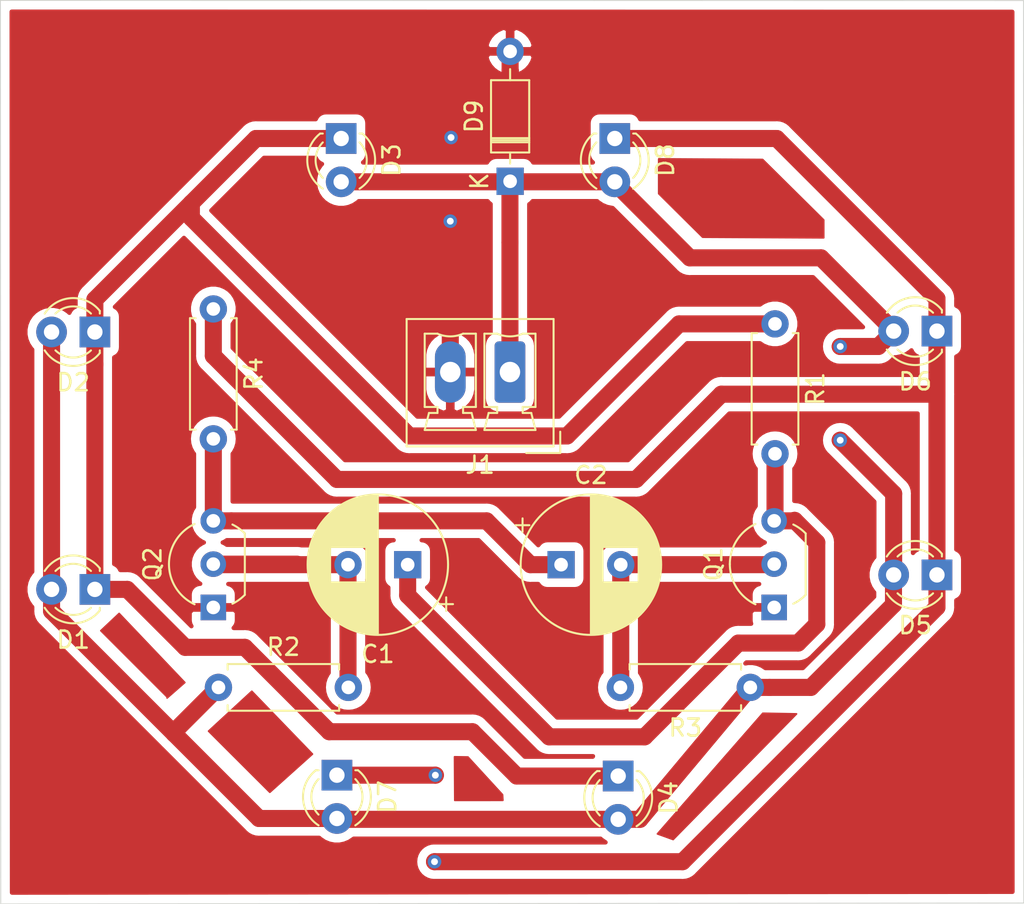
<source format=kicad_pcb>
(kicad_pcb (version 20171130) (host pcbnew 5.1.2-f72e74a~84~ubuntu18.04.1)

  (general
    (thickness 1.6)
    (drawings 9)
    (tracks 102)
    (zones 0)
    (modules 18)
    (nets 9)
  )

  (page A4)
  (layers
    (0 F.Cu signal)
    (31 B.Cu signal)
    (32 B.Adhes user hide)
    (33 F.Adhes user hide)
    (34 B.Paste user hide)
    (35 F.Paste user hide)
    (36 B.SilkS user hide)
    (37 F.SilkS user)
    (38 B.Mask user hide)
    (39 F.Mask user hide)
    (40 Dwgs.User user hide)
    (41 Cmts.User user hide)
    (42 Eco1.User user hide)
    (43 Eco2.User user hide)
    (44 Edge.Cuts user)
    (45 Margin user hide)
    (46 B.CrtYd user hide)
    (47 F.CrtYd user hide)
    (48 B.Fab user hide)
    (49 F.Fab user)
  )

  (setup
    (last_trace_width 0.25)
    (user_trace_width 1)
    (trace_clearance 0.2)
    (zone_clearance 0.508)
    (zone_45_only no)
    (trace_min 0.2)
    (via_size 0.8)
    (via_drill 0.4)
    (via_min_size 0.4)
    (via_min_drill 0.3)
    (uvia_size 0.3)
    (uvia_drill 0.1)
    (uvias_allowed no)
    (uvia_min_size 0.2)
    (uvia_min_drill 0.1)
    (edge_width 0.05)
    (segment_width 0.2)
    (pcb_text_width 0.3)
    (pcb_text_size 1.5 1.5)
    (mod_edge_width 0.12)
    (mod_text_size 1 1)
    (mod_text_width 0.15)
    (pad_size 1.524 1.524)
    (pad_drill 0.762)
    (pad_to_mask_clearance 0.051)
    (solder_mask_min_width 0.25)
    (aux_axis_origin 0 0)
    (visible_elements FFFFFF7F)
    (pcbplotparams
      (layerselection 0x01000_7ffffffe)
      (usegerberextensions false)
      (usegerberattributes false)
      (usegerberadvancedattributes false)
      (creategerberjobfile false)
      (excludeedgelayer true)
      (linewidth 0.100000)
      (plotframeref false)
      (viasonmask false)
      (mode 1)
      (useauxorigin false)
      (hpglpennumber 1)
      (hpglpenspeed 20)
      (hpglpendiameter 15.000000)
      (psnegative false)
      (psa4output false)
      (plotreference true)
      (plotvalue true)
      (plotinvisibletext false)
      (padsonsilk false)
      (subtractmaskfromsilk false)
      (outputformat 1)
      (mirror false)
      (drillshape 0)
      (scaleselection 1)
      (outputdirectory ""))
  )

  (net 0 "")
  (net 1 "Net-(C1-Pad2)")
  (net 2 "Net-(C1-Pad1)")
  (net 3 "Net-(C2-Pad2)")
  (net 4 "Net-(C2-Pad1)")
  (net 5 +5V)
  (net 6 "Net-(D1-Pad1)")
  (net 7 "Net-(D5-Pad1)")
  (net 8 Earth)

  (net_class Default "Это класс цепей по умолчанию."
    (clearance 0.2)
    (trace_width 0.25)
    (via_dia 0.8)
    (via_drill 0.4)
    (uvia_dia 0.3)
    (uvia_drill 0.1)
    (add_net +5V)
    (add_net Earth)
    (add_net "Net-(C1-Pad1)")
    (add_net "Net-(C1-Pad2)")
    (add_net "Net-(C2-Pad1)")
    (add_net "Net-(C2-Pad2)")
    (add_net "Net-(D1-Pad1)")
    (add_net "Net-(D5-Pad1)")
  )

  (module Connector_Phoenix_MC:PhoenixContact_MCV_1,5_2-G-3.5_1x02_P3.50mm_Vertical (layer F.Cu) (tedit 5B784ED0) (tstamp 5D3672DB)
    (at 29.87 -31.2 180)
    (descr "Generic Phoenix Contact connector footprint for: MCV_1,5/2-G-3.5; number of pins: 02; pin pitch: 3.50mm; Vertical || order number: 1843606 8A 160V")
    (tags "phoenix_contact connector MCV_01x02_G_3.5mm")
    (path /5D4440F0)
    (fp_text reference J1 (at 1.75 -5.45) (layer F.SilkS)
      (effects (font (size 1 1) (thickness 0.15)))
    )
    (fp_text value Screw_Terminal_01x02 (at 1.75 4.2) (layer F.Fab)
      (effects (font (size 1 1) (thickness 0.15)))
    )
    (fp_text user %R (at 1.75 -3.55) (layer F.Fab)
      (effects (font (size 1 1) (thickness 0.15)))
    )
    (fp_line (start -2.95 -4.75) (end -0.95 -4.75) (layer F.Fab) (width 0.1))
    (fp_line (start -2.95 -3.5) (end -2.95 -4.75) (layer F.Fab) (width 0.1))
    (fp_line (start -2.95 -4.75) (end -0.95 -4.75) (layer F.SilkS) (width 0.12))
    (fp_line (start -2.95 -3.5) (end -2.95 -4.75) (layer F.SilkS) (width 0.12))
    (fp_line (start 6.45 -4.75) (end -2.95 -4.75) (layer F.CrtYd) (width 0.05))
    (fp_line (start 6.45 3.5) (end 6.45 -4.75) (layer F.CrtYd) (width 0.05))
    (fp_line (start -2.95 3.5) (end 6.45 3.5) (layer F.CrtYd) (width 0.05))
    (fp_line (start -2.95 -4.75) (end -2.95 3.5) (layer F.CrtYd) (width 0.05))
    (fp_line (start 5 2.25) (end 4.25 2.25) (layer F.SilkS) (width 0.12))
    (fp_line (start 5 -2.05) (end 5 2.25) (layer F.SilkS) (width 0.12))
    (fp_line (start 4.25 -2.05) (end 5 -2.05) (layer F.SilkS) (width 0.12))
    (fp_line (start 4.25 -2.4) (end 4.25 -2.05) (layer F.SilkS) (width 0.12))
    (fp_line (start 4.75 -2.4) (end 4.25 -2.4) (layer F.SilkS) (width 0.12))
    (fp_line (start 5 -3.4) (end 4.75 -2.4) (layer F.SilkS) (width 0.12))
    (fp_line (start 2 -3.4) (end 5 -3.4) (layer F.SilkS) (width 0.12))
    (fp_line (start 2.25 -2.4) (end 2 -3.4) (layer F.SilkS) (width 0.12))
    (fp_line (start 2.75 -2.4) (end 2.25 -2.4) (layer F.SilkS) (width 0.12))
    (fp_line (start 2.75 -2.05) (end 2.75 -2.4) (layer F.SilkS) (width 0.12))
    (fp_line (start 2 -2.05) (end 2.75 -2.05) (layer F.SilkS) (width 0.12))
    (fp_line (start 2 2.25) (end 2 -2.05) (layer F.SilkS) (width 0.12))
    (fp_line (start 2.75 2.25) (end 2 2.25) (layer F.SilkS) (width 0.12))
    (fp_line (start 1.5 2.25) (end 0.75 2.25) (layer F.SilkS) (width 0.12))
    (fp_line (start 1.5 -2.05) (end 1.5 2.25) (layer F.SilkS) (width 0.12))
    (fp_line (start 0.75 -2.05) (end 1.5 -2.05) (layer F.SilkS) (width 0.12))
    (fp_line (start 0.75 -2.4) (end 0.75 -2.05) (layer F.SilkS) (width 0.12))
    (fp_line (start 1.25 -2.4) (end 0.75 -2.4) (layer F.SilkS) (width 0.12))
    (fp_line (start 1.5 -3.4) (end 1.25 -2.4) (layer F.SilkS) (width 0.12))
    (fp_line (start -1.5 -3.4) (end 1.5 -3.4) (layer F.SilkS) (width 0.12))
    (fp_line (start -1.25 -2.4) (end -1.5 -3.4) (layer F.SilkS) (width 0.12))
    (fp_line (start -0.75 -2.4) (end -1.25 -2.4) (layer F.SilkS) (width 0.12))
    (fp_line (start -0.75 -2.05) (end -0.75 -2.4) (layer F.SilkS) (width 0.12))
    (fp_line (start -1.5 -2.05) (end -0.75 -2.05) (layer F.SilkS) (width 0.12))
    (fp_line (start -1.5 2.25) (end -1.5 -2.05) (layer F.SilkS) (width 0.12))
    (fp_line (start -0.75 2.25) (end -1.5 2.25) (layer F.SilkS) (width 0.12))
    (fp_line (start 5.95 -4.25) (end -2.45 -4.25) (layer F.Fab) (width 0.1))
    (fp_line (start 5.95 3) (end 5.95 -4.25) (layer F.Fab) (width 0.1))
    (fp_line (start -2.45 3) (end 5.95 3) (layer F.Fab) (width 0.1))
    (fp_line (start -2.45 -4.25) (end -2.45 3) (layer F.Fab) (width 0.1))
    (fp_line (start 6.06 -4.36) (end -2.56 -4.36) (layer F.SilkS) (width 0.12))
    (fp_line (start 6.06 3.11) (end 6.06 -4.36) (layer F.SilkS) (width 0.12))
    (fp_line (start -2.56 3.11) (end 6.06 3.11) (layer F.SilkS) (width 0.12))
    (fp_line (start -2.56 -4.36) (end -2.56 3.11) (layer F.SilkS) (width 0.12))
    (fp_arc (start 3.5 3.95) (end 2.75 2.25) (angle 47.6) (layer F.SilkS) (width 0.12))
    (fp_arc (start 0 3.95) (end -0.75 2.25) (angle 47.6) (layer F.SilkS) (width 0.12))
    (pad 2 thru_hole oval (at 3.5 0 180) (size 1.8 3.6) (drill 1.2) (layers *.Cu *.Mask)
      (net 8 Earth))
    (pad 1 thru_hole roundrect (at 0 0 180) (size 1.8 3.6) (drill 1.2) (layers *.Cu *.Mask) (roundrect_rratio 0.138889)
      (net 5 +5V))
    (model ${KISYS3DMOD}/Connector_Phoenix_MC.3dshapes/PhoenixContact_MCV_1,5_2-G-3.5_1x02_P3.50mm_Vertical.wrl
      (at (xyz 0 0 0))
      (scale (xyz 1 1 1))
      (rotate (xyz 0 0 0))
    )
  )

  (module Diode_THT:D_DO-35_SOD27_P7.62mm_Horizontal (layer F.Cu) (tedit 5AE50CD5) (tstamp 5D3672A8)
    (at 29.88 -42.39 90)
    (descr "Diode, DO-35_SOD27 series, Axial, Horizontal, pin pitch=7.62mm, , length*diameter=4*2mm^2, , http://www.diodes.com/_files/packages/DO-35.pdf")
    (tags "Diode DO-35_SOD27 series Axial Horizontal pin pitch 7.62mm  length 4mm diameter 2mm")
    (path /5D449371)
    (fp_text reference D9 (at 3.81 -2.12 90) (layer F.SilkS)
      (effects (font (size 1 1) (thickness 0.15)))
    )
    (fp_text value 1N4148 (at 3.81 2.12 90) (layer F.Fab)
      (effects (font (size 1 1) (thickness 0.15)))
    )
    (fp_text user K (at 0 -1.8 90) (layer F.SilkS)
      (effects (font (size 1 1) (thickness 0.15)))
    )
    (fp_text user K (at 0 -1.8 90) (layer F.Fab)
      (effects (font (size 1 1) (thickness 0.15)))
    )
    (fp_text user %R (at 4.11 0 90) (layer F.Fab)
      (effects (font (size 0.8 0.8) (thickness 0.12)))
    )
    (fp_line (start 8.67 -1.25) (end -1.05 -1.25) (layer F.CrtYd) (width 0.05))
    (fp_line (start 8.67 1.25) (end 8.67 -1.25) (layer F.CrtYd) (width 0.05))
    (fp_line (start -1.05 1.25) (end 8.67 1.25) (layer F.CrtYd) (width 0.05))
    (fp_line (start -1.05 -1.25) (end -1.05 1.25) (layer F.CrtYd) (width 0.05))
    (fp_line (start 2.29 -1.12) (end 2.29 1.12) (layer F.SilkS) (width 0.12))
    (fp_line (start 2.53 -1.12) (end 2.53 1.12) (layer F.SilkS) (width 0.12))
    (fp_line (start 2.41 -1.12) (end 2.41 1.12) (layer F.SilkS) (width 0.12))
    (fp_line (start 6.58 0) (end 5.93 0) (layer F.SilkS) (width 0.12))
    (fp_line (start 1.04 0) (end 1.69 0) (layer F.SilkS) (width 0.12))
    (fp_line (start 5.93 -1.12) (end 1.69 -1.12) (layer F.SilkS) (width 0.12))
    (fp_line (start 5.93 1.12) (end 5.93 -1.12) (layer F.SilkS) (width 0.12))
    (fp_line (start 1.69 1.12) (end 5.93 1.12) (layer F.SilkS) (width 0.12))
    (fp_line (start 1.69 -1.12) (end 1.69 1.12) (layer F.SilkS) (width 0.12))
    (fp_line (start 2.31 -1) (end 2.31 1) (layer F.Fab) (width 0.1))
    (fp_line (start 2.51 -1) (end 2.51 1) (layer F.Fab) (width 0.1))
    (fp_line (start 2.41 -1) (end 2.41 1) (layer F.Fab) (width 0.1))
    (fp_line (start 7.62 0) (end 5.81 0) (layer F.Fab) (width 0.1))
    (fp_line (start 0 0) (end 1.81 0) (layer F.Fab) (width 0.1))
    (fp_line (start 5.81 -1) (end 1.81 -1) (layer F.Fab) (width 0.1))
    (fp_line (start 5.81 1) (end 5.81 -1) (layer F.Fab) (width 0.1))
    (fp_line (start 1.81 1) (end 5.81 1) (layer F.Fab) (width 0.1))
    (fp_line (start 1.81 -1) (end 1.81 1) (layer F.Fab) (width 0.1))
    (pad 2 thru_hole oval (at 7.62 0 90) (size 1.6 1.6) (drill 0.8) (layers *.Cu *.Mask)
      (net 8 Earth))
    (pad 1 thru_hole rect (at 0 0 90) (size 1.6 1.6) (drill 0.8) (layers *.Cu *.Mask)
      (net 5 +5V))
    (model ${KISYS3DMOD}/Diode_THT.3dshapes/D_DO-35_SOD27_P7.62mm_Horizontal.wrl
      (at (xyz 0 0 0))
      (scale (xyz 1 1 1))
      (rotate (xyz 0 0 0))
    )
  )

  (module Package_TO_SOT_THT:TO-92_Inline_Wide (layer F.Cu) (tedit 5A02FF81) (tstamp 5D361EDB)
    (at 12.4674 -17.3908 90)
    (descr "TO-92 leads in-line, wide, drill 0.75mm (see NXP sot054_po.pdf)")
    (tags "to-92 sc-43 sc-43a sot54 PA33 transistor")
    (path /5D3DFB2D)
    (fp_text reference Q2 (at 2.54 -3.56 90) (layer F.SilkS)
      (effects (font (size 1 1) (thickness 0.15)))
    )
    (fp_text value PN2222A (at 2.54 2.79 90) (layer F.Fab)
      (effects (font (size 1 1) (thickness 0.15)))
    )
    (fp_arc (start 2.54 0) (end 4.34 1.85) (angle -20) (layer F.SilkS) (width 0.12))
    (fp_arc (start 2.54 0) (end 2.54 -2.48) (angle -135) (layer F.Fab) (width 0.1))
    (fp_arc (start 2.54 0) (end 2.54 -2.48) (angle 135) (layer F.Fab) (width 0.1))
    (fp_arc (start 2.54 0) (end 2.54 -2.6) (angle 65) (layer F.SilkS) (width 0.12))
    (fp_arc (start 2.54 0) (end 2.54 -2.6) (angle -65) (layer F.SilkS) (width 0.12))
    (fp_arc (start 2.54 0) (end 0.74 1.85) (angle 20) (layer F.SilkS) (width 0.12))
    (fp_line (start 6.09 2.01) (end -1.01 2.01) (layer F.CrtYd) (width 0.05))
    (fp_line (start 6.09 2.01) (end 6.09 -2.73) (layer F.CrtYd) (width 0.05))
    (fp_line (start -1.01 -2.73) (end -1.01 2.01) (layer F.CrtYd) (width 0.05))
    (fp_line (start -1.01 -2.73) (end 6.09 -2.73) (layer F.CrtYd) (width 0.05))
    (fp_line (start 0.8 1.75) (end 4.3 1.75) (layer F.Fab) (width 0.1))
    (fp_line (start 0.74 1.85) (end 4.34 1.85) (layer F.SilkS) (width 0.12))
    (fp_text user %R (at 2.54 -3.56 90) (layer F.Fab)
      (effects (font (size 1 1) (thickness 0.15)))
    )
    (pad 1 thru_hole rect (at 0 0 180) (size 1.5 1.5) (drill 0.8) (layers *.Cu *.Mask)
      (net 8 Earth))
    (pad 3 thru_hole circle (at 5.08 0 180) (size 1.5 1.5) (drill 0.8) (layers *.Cu *.Mask)
      (net 4 "Net-(C2-Pad1)"))
    (pad 2 thru_hole circle (at 2.54 0 180) (size 1.5 1.5) (drill 0.8) (layers *.Cu *.Mask)
      (net 1 "Net-(C1-Pad2)"))
    (model ${KISYS3DMOD}/Package_TO_SOT_THT.3dshapes/TO-92_Inline_Wide.wrl
      (at (xyz 0 0 0))
      (scale (xyz 1 1 1))
      (rotate (xyz 0 0 0))
    )
  )

  (module Package_TO_SOT_THT:TO-92_Inline_Wide (layer F.Cu) (tedit 5A02FF81) (tstamp 5D3629D9)
    (at 45.37 -17.3908 90)
    (descr "TO-92 leads in-line, wide, drill 0.75mm (see NXP sot054_po.pdf)")
    (tags "to-92 sc-43 sc-43a sot54 PA33 transistor")
    (path /5D3E01B2)
    (fp_text reference Q1 (at 2.54 -3.56 90) (layer F.SilkS)
      (effects (font (size 1 1) (thickness 0.15)))
    )
    (fp_text value PN2222A (at 2.54 2.79 90) (layer F.Fab)
      (effects (font (size 1 1) (thickness 0.15)))
    )
    (fp_arc (start 2.54 0) (end 4.34 1.85) (angle -20) (layer F.SilkS) (width 0.12))
    (fp_arc (start 2.54 0) (end 2.54 -2.48) (angle -135) (layer F.Fab) (width 0.1))
    (fp_arc (start 2.54 0) (end 2.54 -2.48) (angle 135) (layer F.Fab) (width 0.1))
    (fp_arc (start 2.54 0) (end 2.54 -2.6) (angle 65) (layer F.SilkS) (width 0.12))
    (fp_arc (start 2.54 0) (end 2.54 -2.6) (angle -65) (layer F.SilkS) (width 0.12))
    (fp_arc (start 2.54 0) (end 0.74 1.85) (angle 20) (layer F.SilkS) (width 0.12))
    (fp_line (start 6.09 2.01) (end -1.01 2.01) (layer F.CrtYd) (width 0.05))
    (fp_line (start 6.09 2.01) (end 6.09 -2.73) (layer F.CrtYd) (width 0.05))
    (fp_line (start -1.01 -2.73) (end -1.01 2.01) (layer F.CrtYd) (width 0.05))
    (fp_line (start -1.01 -2.73) (end 6.09 -2.73) (layer F.CrtYd) (width 0.05))
    (fp_line (start 0.8 1.75) (end 4.3 1.75) (layer F.Fab) (width 0.1))
    (fp_line (start 0.74 1.85) (end 4.34 1.85) (layer F.SilkS) (width 0.12))
    (fp_text user %R (at 2.54 -3.56 90) (layer F.Fab)
      (effects (font (size 1 1) (thickness 0.15)))
    )
    (pad 1 thru_hole rect (at 0 0 180) (size 1.5 1.5) (drill 0.8) (layers *.Cu *.Mask)
      (net 8 Earth))
    (pad 3 thru_hole circle (at 5.08 0 180) (size 1.5 1.5) (drill 0.8) (layers *.Cu *.Mask)
      (net 2 "Net-(C1-Pad1)"))
    (pad 2 thru_hole circle (at 2.54 0 180) (size 1.5 1.5) (drill 0.8) (layers *.Cu *.Mask)
      (net 3 "Net-(C2-Pad2)"))
    (model ${KISYS3DMOD}/Package_TO_SOT_THT.3dshapes/TO-92_Inline_Wide.wrl
      (at (xyz 0 0 0))
      (scale (xyz 1 1 1))
      (rotate (xyz 0 0 0))
    )
  )

  (module Resistor_THT:R_Axial_DIN0207_L6.3mm_D2.5mm_P7.62mm_Horizontal (layer F.Cu) (tedit 5AE5139B) (tstamp 5D361F37)
    (at 12.47 -34.9 270)
    (descr "Resistor, Axial_DIN0207 series, Axial, Horizontal, pin pitch=7.62mm, 0.25W = 1/4W, length*diameter=6.3*2.5mm^2, http://cdn-reichelt.de/documents/datenblatt/B400/1_4W%23YAG.pdf")
    (tags "Resistor Axial_DIN0207 series Axial Horizontal pin pitch 7.62mm 0.25W = 1/4W length 6.3mm diameter 2.5mm")
    (path /5D3E9A0A)
    (fp_text reference R4 (at 3.81 -2.37 90) (layer F.SilkS)
      (effects (font (size 1 1) (thickness 0.15)))
    )
    (fp_text value 100 (at 3.81 2.37 90) (layer F.Fab)
      (effects (font (size 1 1) (thickness 0.15)))
    )
    (fp_text user %R (at 3.81 0 90) (layer F.Fab)
      (effects (font (size 1 1) (thickness 0.15)))
    )
    (fp_line (start 8.67 -1.5) (end -1.05 -1.5) (layer F.CrtYd) (width 0.05))
    (fp_line (start 8.67 1.5) (end 8.67 -1.5) (layer F.CrtYd) (width 0.05))
    (fp_line (start -1.05 1.5) (end 8.67 1.5) (layer F.CrtYd) (width 0.05))
    (fp_line (start -1.05 -1.5) (end -1.05 1.5) (layer F.CrtYd) (width 0.05))
    (fp_line (start 7.08 1.37) (end 7.08 1.04) (layer F.SilkS) (width 0.12))
    (fp_line (start 0.54 1.37) (end 7.08 1.37) (layer F.SilkS) (width 0.12))
    (fp_line (start 0.54 1.04) (end 0.54 1.37) (layer F.SilkS) (width 0.12))
    (fp_line (start 7.08 -1.37) (end 7.08 -1.04) (layer F.SilkS) (width 0.12))
    (fp_line (start 0.54 -1.37) (end 7.08 -1.37) (layer F.SilkS) (width 0.12))
    (fp_line (start 0.54 -1.04) (end 0.54 -1.37) (layer F.SilkS) (width 0.12))
    (fp_line (start 7.62 0) (end 6.96 0) (layer F.Fab) (width 0.1))
    (fp_line (start 0 0) (end 0.66 0) (layer F.Fab) (width 0.1))
    (fp_line (start 6.96 -1.25) (end 0.66 -1.25) (layer F.Fab) (width 0.1))
    (fp_line (start 6.96 1.25) (end 6.96 -1.25) (layer F.Fab) (width 0.1))
    (fp_line (start 0.66 1.25) (end 6.96 1.25) (layer F.Fab) (width 0.1))
    (fp_line (start 0.66 -1.25) (end 0.66 1.25) (layer F.Fab) (width 0.1))
    (pad 2 thru_hole oval (at 7.62 0 270) (size 1.6 1.6) (drill 0.8) (layers *.Cu *.Mask)
      (net 4 "Net-(C2-Pad1)"))
    (pad 1 thru_hole circle (at 0 0 270) (size 1.6 1.6) (drill 0.8) (layers *.Cu *.Mask)
      (net 7 "Net-(D5-Pad1)"))
    (model ${KISYS3DMOD}/Resistor_THT.3dshapes/R_Axial_DIN0207_L6.3mm_D2.5mm_P7.62mm_Horizontal.wrl
      (at (xyz 0 0 0))
      (scale (xyz 1 1 1))
      (rotate (xyz 0 0 0))
    )
  )

  (module Resistor_THT:R_Axial_DIN0207_L6.3mm_D2.5mm_P7.62mm_Horizontal (layer F.Cu) (tedit 5AE5139B) (tstamp 5D361F20)
    (at 43.97 -12.7 180)
    (descr "Resistor, Axial_DIN0207 series, Axial, Horizontal, pin pitch=7.62mm, 0.25W = 1/4W, length*diameter=6.3*2.5mm^2, http://cdn-reichelt.de/documents/datenblatt/B400/1_4W%23YAG.pdf")
    (tags "Resistor Axial_DIN0207 series Axial Horizontal pin pitch 7.62mm 0.25W = 1/4W length 6.3mm diameter 2.5mm")
    (path /5D3E51F8)
    (fp_text reference R3 (at 3.81 -2.37) (layer F.SilkS)
      (effects (font (size 1 1) (thickness 0.15)))
    )
    (fp_text value 20K (at 3.81 2.37) (layer F.Fab)
      (effects (font (size 1 1) (thickness 0.15)))
    )
    (fp_text user %R (at 3.81 0) (layer F.Fab)
      (effects (font (size 1 1) (thickness 0.15)))
    )
    (fp_line (start 8.67 -1.5) (end -1.05 -1.5) (layer F.CrtYd) (width 0.05))
    (fp_line (start 8.67 1.5) (end 8.67 -1.5) (layer F.CrtYd) (width 0.05))
    (fp_line (start -1.05 1.5) (end 8.67 1.5) (layer F.CrtYd) (width 0.05))
    (fp_line (start -1.05 -1.5) (end -1.05 1.5) (layer F.CrtYd) (width 0.05))
    (fp_line (start 7.08 1.37) (end 7.08 1.04) (layer F.SilkS) (width 0.12))
    (fp_line (start 0.54 1.37) (end 7.08 1.37) (layer F.SilkS) (width 0.12))
    (fp_line (start 0.54 1.04) (end 0.54 1.37) (layer F.SilkS) (width 0.12))
    (fp_line (start 7.08 -1.37) (end 7.08 -1.04) (layer F.SilkS) (width 0.12))
    (fp_line (start 0.54 -1.37) (end 7.08 -1.37) (layer F.SilkS) (width 0.12))
    (fp_line (start 0.54 -1.04) (end 0.54 -1.37) (layer F.SilkS) (width 0.12))
    (fp_line (start 7.62 0) (end 6.96 0) (layer F.Fab) (width 0.1))
    (fp_line (start 0 0) (end 0.66 0) (layer F.Fab) (width 0.1))
    (fp_line (start 6.96 -1.25) (end 0.66 -1.25) (layer F.Fab) (width 0.1))
    (fp_line (start 6.96 1.25) (end 6.96 -1.25) (layer F.Fab) (width 0.1))
    (fp_line (start 0.66 1.25) (end 6.96 1.25) (layer F.Fab) (width 0.1))
    (fp_line (start 0.66 -1.25) (end 0.66 1.25) (layer F.Fab) (width 0.1))
    (pad 2 thru_hole oval (at 7.62 0 180) (size 1.6 1.6) (drill 0.8) (layers *.Cu *.Mask)
      (net 3 "Net-(C2-Pad2)"))
    (pad 1 thru_hole circle (at 0 0 180) (size 1.6 1.6) (drill 0.8) (layers *.Cu *.Mask)
      (net 5 +5V))
    (model ${KISYS3DMOD}/Resistor_THT.3dshapes/R_Axial_DIN0207_L6.3mm_D2.5mm_P7.62mm_Horizontal.wrl
      (at (xyz 0 0 0))
      (scale (xyz 1 1 1))
      (rotate (xyz 0 0 0))
    )
  )

  (module Resistor_THT:R_Axial_DIN0207_L6.3mm_D2.5mm_P7.62mm_Horizontal (layer F.Cu) (tedit 5AE5139B) (tstamp 5D361F09)
    (at 12.77 -12.7)
    (descr "Resistor, Axial_DIN0207 series, Axial, Horizontal, pin pitch=7.62mm, 0.25W = 1/4W, length*diameter=6.3*2.5mm^2, http://cdn-reichelt.de/documents/datenblatt/B400/1_4W%23YAG.pdf")
    (tags "Resistor Axial_DIN0207 series Axial Horizontal pin pitch 7.62mm 0.25W = 1/4W length 6.3mm diameter 2.5mm")
    (path /5D3E4CDD)
    (fp_text reference R2 (at 3.81 -2.37) (layer F.SilkS)
      (effects (font (size 1 1) (thickness 0.15)))
    )
    (fp_text value 20K (at 3.81 2.37) (layer F.Fab)
      (effects (font (size 1 1) (thickness 0.15)))
    )
    (fp_text user %R (at 3.81 0) (layer F.Fab)
      (effects (font (size 1 1) (thickness 0.15)))
    )
    (fp_line (start 8.67 -1.5) (end -1.05 -1.5) (layer F.CrtYd) (width 0.05))
    (fp_line (start 8.67 1.5) (end 8.67 -1.5) (layer F.CrtYd) (width 0.05))
    (fp_line (start -1.05 1.5) (end 8.67 1.5) (layer F.CrtYd) (width 0.05))
    (fp_line (start -1.05 -1.5) (end -1.05 1.5) (layer F.CrtYd) (width 0.05))
    (fp_line (start 7.08 1.37) (end 7.08 1.04) (layer F.SilkS) (width 0.12))
    (fp_line (start 0.54 1.37) (end 7.08 1.37) (layer F.SilkS) (width 0.12))
    (fp_line (start 0.54 1.04) (end 0.54 1.37) (layer F.SilkS) (width 0.12))
    (fp_line (start 7.08 -1.37) (end 7.08 -1.04) (layer F.SilkS) (width 0.12))
    (fp_line (start 0.54 -1.37) (end 7.08 -1.37) (layer F.SilkS) (width 0.12))
    (fp_line (start 0.54 -1.04) (end 0.54 -1.37) (layer F.SilkS) (width 0.12))
    (fp_line (start 7.62 0) (end 6.96 0) (layer F.Fab) (width 0.1))
    (fp_line (start 0 0) (end 0.66 0) (layer F.Fab) (width 0.1))
    (fp_line (start 6.96 -1.25) (end 0.66 -1.25) (layer F.Fab) (width 0.1))
    (fp_line (start 6.96 1.25) (end 6.96 -1.25) (layer F.Fab) (width 0.1))
    (fp_line (start 0.66 1.25) (end 6.96 1.25) (layer F.Fab) (width 0.1))
    (fp_line (start 0.66 -1.25) (end 0.66 1.25) (layer F.Fab) (width 0.1))
    (pad 2 thru_hole oval (at 7.62 0) (size 1.6 1.6) (drill 0.8) (layers *.Cu *.Mask)
      (net 1 "Net-(C1-Pad2)"))
    (pad 1 thru_hole circle (at 0 0) (size 1.6 1.6) (drill 0.8) (layers *.Cu *.Mask)
      (net 5 +5V))
    (model ${KISYS3DMOD}/Resistor_THT.3dshapes/R_Axial_DIN0207_L6.3mm_D2.5mm_P7.62mm_Horizontal.wrl
      (at (xyz 0 0 0))
      (scale (xyz 1 1 1))
      (rotate (xyz 0 0 0))
    )
  )

  (module Resistor_THT:R_Axial_DIN0207_L6.3mm_D2.5mm_P7.62mm_Horizontal (layer F.Cu) (tedit 5AE5139B) (tstamp 5D361EF2)
    (at 45.42 -34.025 270)
    (descr "Resistor, Axial_DIN0207 series, Axial, Horizontal, pin pitch=7.62mm, 0.25W = 1/4W, length*diameter=6.3*2.5mm^2, http://cdn-reichelt.de/documents/datenblatt/B400/1_4W%23YAG.pdf")
    (tags "Resistor Axial_DIN0207 series Axial Horizontal pin pitch 7.62mm 0.25W = 1/4W length 6.3mm diameter 2.5mm")
    (path /5D3ED6A2)
    (fp_text reference R1 (at 3.81 -2.37 90) (layer F.SilkS)
      (effects (font (size 1 1) (thickness 0.15)))
    )
    (fp_text value 100 (at 3.81 2.37 90) (layer F.Fab)
      (effects (font (size 1 1) (thickness 0.15)))
    )
    (fp_text user %R (at 3.81 0 90) (layer F.Fab)
      (effects (font (size 1 1) (thickness 0.15)))
    )
    (fp_line (start 8.67 -1.5) (end -1.05 -1.5) (layer F.CrtYd) (width 0.05))
    (fp_line (start 8.67 1.5) (end 8.67 -1.5) (layer F.CrtYd) (width 0.05))
    (fp_line (start -1.05 1.5) (end 8.67 1.5) (layer F.CrtYd) (width 0.05))
    (fp_line (start -1.05 -1.5) (end -1.05 1.5) (layer F.CrtYd) (width 0.05))
    (fp_line (start 7.08 1.37) (end 7.08 1.04) (layer F.SilkS) (width 0.12))
    (fp_line (start 0.54 1.37) (end 7.08 1.37) (layer F.SilkS) (width 0.12))
    (fp_line (start 0.54 1.04) (end 0.54 1.37) (layer F.SilkS) (width 0.12))
    (fp_line (start 7.08 -1.37) (end 7.08 -1.04) (layer F.SilkS) (width 0.12))
    (fp_line (start 0.54 -1.37) (end 7.08 -1.37) (layer F.SilkS) (width 0.12))
    (fp_line (start 0.54 -1.04) (end 0.54 -1.37) (layer F.SilkS) (width 0.12))
    (fp_line (start 7.62 0) (end 6.96 0) (layer F.Fab) (width 0.1))
    (fp_line (start 0 0) (end 0.66 0) (layer F.Fab) (width 0.1))
    (fp_line (start 6.96 -1.25) (end 0.66 -1.25) (layer F.Fab) (width 0.1))
    (fp_line (start 6.96 1.25) (end 6.96 -1.25) (layer F.Fab) (width 0.1))
    (fp_line (start 0.66 1.25) (end 6.96 1.25) (layer F.Fab) (width 0.1))
    (fp_line (start 0.66 -1.25) (end 0.66 1.25) (layer F.Fab) (width 0.1))
    (pad 2 thru_hole oval (at 7.62 0 270) (size 1.6 1.6) (drill 0.8) (layers *.Cu *.Mask)
      (net 2 "Net-(C1-Pad1)"))
    (pad 1 thru_hole circle (at 0 0 270) (size 1.6 1.6) (drill 0.8) (layers *.Cu *.Mask)
      (net 6 "Net-(D1-Pad1)"))
    (model ${KISYS3DMOD}/Resistor_THT.3dshapes/R_Axial_DIN0207_L6.3mm_D2.5mm_P7.62mm_Horizontal.wrl
      (at (xyz 0 0 0))
      (scale (xyz 1 1 1))
      (rotate (xyz 0 0 0))
    )
  )

  (module LED_THT:LED_D3.0mm (layer F.Cu) (tedit 587A3A7B) (tstamp 5D361EB7)
    (at 36.02 -44.9 270)
    (descr "LED, diameter 3.0mm, 2 pins")
    (tags "LED diameter 3.0mm 2 pins")
    (path /5D3F963A)
    (fp_text reference D8 (at 1.27 -2.96 90) (layer F.SilkS)
      (effects (font (size 1 1) (thickness 0.15)))
    )
    (fp_text value LED (at 1.27 2.96 90) (layer F.Fab)
      (effects (font (size 1 1) (thickness 0.15)))
    )
    (fp_line (start 3.7 -2.25) (end -1.15 -2.25) (layer F.CrtYd) (width 0.05))
    (fp_line (start 3.7 2.25) (end 3.7 -2.25) (layer F.CrtYd) (width 0.05))
    (fp_line (start -1.15 2.25) (end 3.7 2.25) (layer F.CrtYd) (width 0.05))
    (fp_line (start -1.15 -2.25) (end -1.15 2.25) (layer F.CrtYd) (width 0.05))
    (fp_line (start -0.29 1.08) (end -0.29 1.236) (layer F.SilkS) (width 0.12))
    (fp_line (start -0.29 -1.236) (end -0.29 -1.08) (layer F.SilkS) (width 0.12))
    (fp_line (start -0.23 -1.16619) (end -0.23 1.16619) (layer F.Fab) (width 0.1))
    (fp_circle (center 1.27 0) (end 2.77 0) (layer F.Fab) (width 0.1))
    (fp_arc (start 1.27 0) (end 0.229039 1.08) (angle -87.9) (layer F.SilkS) (width 0.12))
    (fp_arc (start 1.27 0) (end 0.229039 -1.08) (angle 87.9) (layer F.SilkS) (width 0.12))
    (fp_arc (start 1.27 0) (end -0.29 1.235516) (angle -108.8) (layer F.SilkS) (width 0.12))
    (fp_arc (start 1.27 0) (end -0.29 -1.235516) (angle 108.8) (layer F.SilkS) (width 0.12))
    (fp_arc (start 1.27 0) (end -0.23 -1.16619) (angle 284.3) (layer F.Fab) (width 0.1))
    (pad 2 thru_hole circle (at 2.54 0 270) (size 1.8 1.8) (drill 0.9) (layers *.Cu *.Mask)
      (net 5 +5V))
    (pad 1 thru_hole rect (at 0 0 270) (size 1.8 1.8) (drill 0.9) (layers *.Cu *.Mask)
      (net 7 "Net-(D5-Pad1)"))
    (model ${KISYS3DMOD}/LED_THT.3dshapes/LED_D3.0mm.wrl
      (at (xyz 0 0 0))
      (scale (xyz 1 1 1))
      (rotate (xyz 0 0 0))
    )
  )

  (module LED_THT:LED_D3.0mm (layer F.Cu) (tedit 587A3A7B) (tstamp 5D361EA4)
    (at 19.72 -7.55 270)
    (descr "LED, diameter 3.0mm, 2 pins")
    (tags "LED diameter 3.0mm 2 pins")
    (path /5D3F9640)
    (fp_text reference D7 (at 1.27 -2.96 90) (layer F.SilkS)
      (effects (font (size 1 1) (thickness 0.15)))
    )
    (fp_text value LED (at 1.27 2.96 90) (layer F.Fab)
      (effects (font (size 1 1) (thickness 0.15)))
    )
    (fp_line (start 3.7 -2.25) (end -1.15 -2.25) (layer F.CrtYd) (width 0.05))
    (fp_line (start 3.7 2.25) (end 3.7 -2.25) (layer F.CrtYd) (width 0.05))
    (fp_line (start -1.15 2.25) (end 3.7 2.25) (layer F.CrtYd) (width 0.05))
    (fp_line (start -1.15 -2.25) (end -1.15 2.25) (layer F.CrtYd) (width 0.05))
    (fp_line (start -0.29 1.08) (end -0.29 1.236) (layer F.SilkS) (width 0.12))
    (fp_line (start -0.29 -1.236) (end -0.29 -1.08) (layer F.SilkS) (width 0.12))
    (fp_line (start -0.23 -1.16619) (end -0.23 1.16619) (layer F.Fab) (width 0.1))
    (fp_circle (center 1.27 0) (end 2.77 0) (layer F.Fab) (width 0.1))
    (fp_arc (start 1.27 0) (end 0.229039 1.08) (angle -87.9) (layer F.SilkS) (width 0.12))
    (fp_arc (start 1.27 0) (end 0.229039 -1.08) (angle 87.9) (layer F.SilkS) (width 0.12))
    (fp_arc (start 1.27 0) (end -0.29 1.235516) (angle -108.8) (layer F.SilkS) (width 0.12))
    (fp_arc (start 1.27 0) (end -0.29 -1.235516) (angle 108.8) (layer F.SilkS) (width 0.12))
    (fp_arc (start 1.27 0) (end -0.23 -1.16619) (angle 284.3) (layer F.Fab) (width 0.1))
    (pad 2 thru_hole circle (at 2.54 0 270) (size 1.8 1.8) (drill 0.9) (layers *.Cu *.Mask)
      (net 5 +5V))
    (pad 1 thru_hole rect (at 0 0 270) (size 1.8 1.8) (drill 0.9) (layers *.Cu *.Mask)
      (net 7 "Net-(D5-Pad1)"))
    (model ${KISYS3DMOD}/LED_THT.3dshapes/LED_D3.0mm.wrl
      (at (xyz 0 0 0))
      (scale (xyz 1 1 1))
      (rotate (xyz 0 0 0))
    )
  )

  (module LED_THT:LED_D3.0mm (layer F.Cu) (tedit 587A3A7B) (tstamp 5D361E91)
    (at 54.92 -33.6 180)
    (descr "LED, diameter 3.0mm, 2 pins")
    (tags "LED diameter 3.0mm 2 pins")
    (path /5D3F9646)
    (fp_text reference D6 (at 1.27 -2.96) (layer F.SilkS)
      (effects (font (size 1 1) (thickness 0.15)))
    )
    (fp_text value LED (at 1.27 2.96) (layer F.Fab)
      (effects (font (size 1 1) (thickness 0.15)))
    )
    (fp_line (start 3.7 -2.25) (end -1.15 -2.25) (layer F.CrtYd) (width 0.05))
    (fp_line (start 3.7 2.25) (end 3.7 -2.25) (layer F.CrtYd) (width 0.05))
    (fp_line (start -1.15 2.25) (end 3.7 2.25) (layer F.CrtYd) (width 0.05))
    (fp_line (start -1.15 -2.25) (end -1.15 2.25) (layer F.CrtYd) (width 0.05))
    (fp_line (start -0.29 1.08) (end -0.29 1.236) (layer F.SilkS) (width 0.12))
    (fp_line (start -0.29 -1.236) (end -0.29 -1.08) (layer F.SilkS) (width 0.12))
    (fp_line (start -0.23 -1.16619) (end -0.23 1.16619) (layer F.Fab) (width 0.1))
    (fp_circle (center 1.27 0) (end 2.77 0) (layer F.Fab) (width 0.1))
    (fp_arc (start 1.27 0) (end 0.229039 1.08) (angle -87.9) (layer F.SilkS) (width 0.12))
    (fp_arc (start 1.27 0) (end 0.229039 -1.08) (angle 87.9) (layer F.SilkS) (width 0.12))
    (fp_arc (start 1.27 0) (end -0.29 1.235516) (angle -108.8) (layer F.SilkS) (width 0.12))
    (fp_arc (start 1.27 0) (end -0.29 -1.235516) (angle 108.8) (layer F.SilkS) (width 0.12))
    (fp_arc (start 1.27 0) (end -0.23 -1.16619) (angle 284.3) (layer F.Fab) (width 0.1))
    (pad 2 thru_hole circle (at 2.54 0 180) (size 1.8 1.8) (drill 0.9) (layers *.Cu *.Mask)
      (net 5 +5V))
    (pad 1 thru_hole rect (at 0 0 180) (size 1.8 1.8) (drill 0.9) (layers *.Cu *.Mask)
      (net 7 "Net-(D5-Pad1)"))
    (model ${KISYS3DMOD}/LED_THT.3dshapes/LED_D3.0mm.wrl
      (at (xyz 0 0 0))
      (scale (xyz 1 1 1))
      (rotate (xyz 0 0 0))
    )
  )

  (module LED_THT:LED_D3.0mm (layer F.Cu) (tedit 587A3A7B) (tstamp 5D361E7E)
    (at 54.92 -19.3 180)
    (descr "LED, diameter 3.0mm, 2 pins")
    (tags "LED diameter 3.0mm 2 pins")
    (path /5D3F964C)
    (fp_text reference D5 (at 1.27 -2.96) (layer F.SilkS)
      (effects (font (size 1 1) (thickness 0.15)))
    )
    (fp_text value LED (at 1.27 2.96) (layer F.Fab)
      (effects (font (size 1 1) (thickness 0.15)))
    )
    (fp_line (start 3.7 -2.25) (end -1.15 -2.25) (layer F.CrtYd) (width 0.05))
    (fp_line (start 3.7 2.25) (end 3.7 -2.25) (layer F.CrtYd) (width 0.05))
    (fp_line (start -1.15 2.25) (end 3.7 2.25) (layer F.CrtYd) (width 0.05))
    (fp_line (start -1.15 -2.25) (end -1.15 2.25) (layer F.CrtYd) (width 0.05))
    (fp_line (start -0.29 1.08) (end -0.29 1.236) (layer F.SilkS) (width 0.12))
    (fp_line (start -0.29 -1.236) (end -0.29 -1.08) (layer F.SilkS) (width 0.12))
    (fp_line (start -0.23 -1.16619) (end -0.23 1.16619) (layer F.Fab) (width 0.1))
    (fp_circle (center 1.27 0) (end 2.77 0) (layer F.Fab) (width 0.1))
    (fp_arc (start 1.27 0) (end 0.229039 1.08) (angle -87.9) (layer F.SilkS) (width 0.12))
    (fp_arc (start 1.27 0) (end 0.229039 -1.08) (angle 87.9) (layer F.SilkS) (width 0.12))
    (fp_arc (start 1.27 0) (end -0.29 1.235516) (angle -108.8) (layer F.SilkS) (width 0.12))
    (fp_arc (start 1.27 0) (end -0.29 -1.235516) (angle 108.8) (layer F.SilkS) (width 0.12))
    (fp_arc (start 1.27 0) (end -0.23 -1.16619) (angle 284.3) (layer F.Fab) (width 0.1))
    (pad 2 thru_hole circle (at 2.54 0 180) (size 1.8 1.8) (drill 0.9) (layers *.Cu *.Mask)
      (net 5 +5V))
    (pad 1 thru_hole rect (at 0 0 180) (size 1.8 1.8) (drill 0.9) (layers *.Cu *.Mask)
      (net 7 "Net-(D5-Pad1)"))
    (model ${KISYS3DMOD}/LED_THT.3dshapes/LED_D3.0mm.wrl
      (at (xyz 0 0 0))
      (scale (xyz 1 1 1))
      (rotate (xyz 0 0 0))
    )
  )

  (module LED_THT:LED_D3.0mm (layer F.Cu) (tedit 587A3A7B) (tstamp 5D361E6B)
    (at 36.22 -7.5 270)
    (descr "LED, diameter 3.0mm, 2 pins")
    (tags "LED diameter 3.0mm 2 pins")
    (path /5D3F1072)
    (fp_text reference D4 (at 1.27 -2.96 90) (layer F.SilkS)
      (effects (font (size 1 1) (thickness 0.15)))
    )
    (fp_text value LED (at 1.27 2.96 90) (layer F.Fab)
      (effects (font (size 1 1) (thickness 0.15)))
    )
    (fp_line (start 3.7 -2.25) (end -1.15 -2.25) (layer F.CrtYd) (width 0.05))
    (fp_line (start 3.7 2.25) (end 3.7 -2.25) (layer F.CrtYd) (width 0.05))
    (fp_line (start -1.15 2.25) (end 3.7 2.25) (layer F.CrtYd) (width 0.05))
    (fp_line (start -1.15 -2.25) (end -1.15 2.25) (layer F.CrtYd) (width 0.05))
    (fp_line (start -0.29 1.08) (end -0.29 1.236) (layer F.SilkS) (width 0.12))
    (fp_line (start -0.29 -1.236) (end -0.29 -1.08) (layer F.SilkS) (width 0.12))
    (fp_line (start -0.23 -1.16619) (end -0.23 1.16619) (layer F.Fab) (width 0.1))
    (fp_circle (center 1.27 0) (end 2.77 0) (layer F.Fab) (width 0.1))
    (fp_arc (start 1.27 0) (end 0.229039 1.08) (angle -87.9) (layer F.SilkS) (width 0.12))
    (fp_arc (start 1.27 0) (end 0.229039 -1.08) (angle 87.9) (layer F.SilkS) (width 0.12))
    (fp_arc (start 1.27 0) (end -0.29 1.235516) (angle -108.8) (layer F.SilkS) (width 0.12))
    (fp_arc (start 1.27 0) (end -0.29 -1.235516) (angle 108.8) (layer F.SilkS) (width 0.12))
    (fp_arc (start 1.27 0) (end -0.23 -1.16619) (angle 284.3) (layer F.Fab) (width 0.1))
    (pad 2 thru_hole circle (at 2.54 0 270) (size 1.8 1.8) (drill 0.9) (layers *.Cu *.Mask)
      (net 5 +5V))
    (pad 1 thru_hole rect (at 0 0 270) (size 1.8 1.8) (drill 0.9) (layers *.Cu *.Mask)
      (net 6 "Net-(D1-Pad1)"))
    (model ${KISYS3DMOD}/LED_THT.3dshapes/LED_D3.0mm.wrl
      (at (xyz 0 0 0))
      (scale (xyz 1 1 1))
      (rotate (xyz 0 0 0))
    )
  )

  (module LED_THT:LED_D3.0mm (layer F.Cu) (tedit 587A3A7B) (tstamp 5D361E58)
    (at 19.97 -44.9 270)
    (descr "LED, diameter 3.0mm, 2 pins")
    (tags "LED diameter 3.0mm 2 pins")
    (path /5D3F1BAB)
    (fp_text reference D3 (at 1.27 -2.96 90) (layer F.SilkS)
      (effects (font (size 1 1) (thickness 0.15)))
    )
    (fp_text value LED (at 1.27 2.96 90) (layer F.Fab)
      (effects (font (size 1 1) (thickness 0.15)))
    )
    (fp_line (start 3.7 -2.25) (end -1.15 -2.25) (layer F.CrtYd) (width 0.05))
    (fp_line (start 3.7 2.25) (end 3.7 -2.25) (layer F.CrtYd) (width 0.05))
    (fp_line (start -1.15 2.25) (end 3.7 2.25) (layer F.CrtYd) (width 0.05))
    (fp_line (start -1.15 -2.25) (end -1.15 2.25) (layer F.CrtYd) (width 0.05))
    (fp_line (start -0.29 1.08) (end -0.29 1.236) (layer F.SilkS) (width 0.12))
    (fp_line (start -0.29 -1.236) (end -0.29 -1.08) (layer F.SilkS) (width 0.12))
    (fp_line (start -0.23 -1.16619) (end -0.23 1.16619) (layer F.Fab) (width 0.1))
    (fp_circle (center 1.27 0) (end 2.77 0) (layer F.Fab) (width 0.1))
    (fp_arc (start 1.27 0) (end 0.229039 1.08) (angle -87.9) (layer F.SilkS) (width 0.12))
    (fp_arc (start 1.27 0) (end 0.229039 -1.08) (angle 87.9) (layer F.SilkS) (width 0.12))
    (fp_arc (start 1.27 0) (end -0.29 1.235516) (angle -108.8) (layer F.SilkS) (width 0.12))
    (fp_arc (start 1.27 0) (end -0.29 -1.235516) (angle 108.8) (layer F.SilkS) (width 0.12))
    (fp_arc (start 1.27 0) (end -0.23 -1.16619) (angle 284.3) (layer F.Fab) (width 0.1))
    (pad 2 thru_hole circle (at 2.54 0 270) (size 1.8 1.8) (drill 0.9) (layers *.Cu *.Mask)
      (net 5 +5V))
    (pad 1 thru_hole rect (at 0 0 270) (size 1.8 1.8) (drill 0.9) (layers *.Cu *.Mask)
      (net 6 "Net-(D1-Pad1)"))
    (model ${KISYS3DMOD}/LED_THT.3dshapes/LED_D3.0mm.wrl
      (at (xyz 0 0 0))
      (scale (xyz 1 1 1))
      (rotate (xyz 0 0 0))
    )
  )

  (module LED_THT:LED_D3.0mm (layer F.Cu) (tedit 587A3A7B) (tstamp 5D361E45)
    (at 5.52 -33.55 180)
    (descr "LED, diameter 3.0mm, 2 pins")
    (tags "LED diameter 3.0mm 2 pins")
    (path /5D3F2067)
    (fp_text reference D2 (at 1.27 -2.96) (layer F.SilkS)
      (effects (font (size 1 1) (thickness 0.15)))
    )
    (fp_text value LED (at 1.27 2.96) (layer F.Fab)
      (effects (font (size 1 1) (thickness 0.15)))
    )
    (fp_line (start 3.7 -2.25) (end -1.15 -2.25) (layer F.CrtYd) (width 0.05))
    (fp_line (start 3.7 2.25) (end 3.7 -2.25) (layer F.CrtYd) (width 0.05))
    (fp_line (start -1.15 2.25) (end 3.7 2.25) (layer F.CrtYd) (width 0.05))
    (fp_line (start -1.15 -2.25) (end -1.15 2.25) (layer F.CrtYd) (width 0.05))
    (fp_line (start -0.29 1.08) (end -0.29 1.236) (layer F.SilkS) (width 0.12))
    (fp_line (start -0.29 -1.236) (end -0.29 -1.08) (layer F.SilkS) (width 0.12))
    (fp_line (start -0.23 -1.16619) (end -0.23 1.16619) (layer F.Fab) (width 0.1))
    (fp_circle (center 1.27 0) (end 2.77 0) (layer F.Fab) (width 0.1))
    (fp_arc (start 1.27 0) (end 0.229039 1.08) (angle -87.9) (layer F.SilkS) (width 0.12))
    (fp_arc (start 1.27 0) (end 0.229039 -1.08) (angle 87.9) (layer F.SilkS) (width 0.12))
    (fp_arc (start 1.27 0) (end -0.29 1.235516) (angle -108.8) (layer F.SilkS) (width 0.12))
    (fp_arc (start 1.27 0) (end -0.29 -1.235516) (angle 108.8) (layer F.SilkS) (width 0.12))
    (fp_arc (start 1.27 0) (end -0.23 -1.16619) (angle 284.3) (layer F.Fab) (width 0.1))
    (pad 2 thru_hole circle (at 2.54 0 180) (size 1.8 1.8) (drill 0.9) (layers *.Cu *.Mask)
      (net 5 +5V))
    (pad 1 thru_hole rect (at 0 0 180) (size 1.8 1.8) (drill 0.9) (layers *.Cu *.Mask)
      (net 6 "Net-(D1-Pad1)"))
    (model ${KISYS3DMOD}/LED_THT.3dshapes/LED_D3.0mm.wrl
      (at (xyz 0 0 0))
      (scale (xyz 1 1 1))
      (rotate (xyz 0 0 0))
    )
  )

  (module LED_THT:LED_D3.0mm (layer F.Cu) (tedit 587A3A7B) (tstamp 5D361E32)
    (at 5.52 -18.45 180)
    (descr "LED, diameter 3.0mm, 2 pins")
    (tags "LED diameter 3.0mm 2 pins")
    (path /5D3F4264)
    (fp_text reference D1 (at 1.27 -2.96) (layer F.SilkS)
      (effects (font (size 1 1) (thickness 0.15)))
    )
    (fp_text value LED (at 1.27 2.96) (layer F.Fab)
      (effects (font (size 1 1) (thickness 0.15)))
    )
    (fp_line (start 3.7 -2.25) (end -1.15 -2.25) (layer F.CrtYd) (width 0.05))
    (fp_line (start 3.7 2.25) (end 3.7 -2.25) (layer F.CrtYd) (width 0.05))
    (fp_line (start -1.15 2.25) (end 3.7 2.25) (layer F.CrtYd) (width 0.05))
    (fp_line (start -1.15 -2.25) (end -1.15 2.25) (layer F.CrtYd) (width 0.05))
    (fp_line (start -0.29 1.08) (end -0.29 1.236) (layer F.SilkS) (width 0.12))
    (fp_line (start -0.29 -1.236) (end -0.29 -1.08) (layer F.SilkS) (width 0.12))
    (fp_line (start -0.23 -1.16619) (end -0.23 1.16619) (layer F.Fab) (width 0.1))
    (fp_circle (center 1.27 0) (end 2.77 0) (layer F.Fab) (width 0.1))
    (fp_arc (start 1.27 0) (end 0.229039 1.08) (angle -87.9) (layer F.SilkS) (width 0.12))
    (fp_arc (start 1.27 0) (end 0.229039 -1.08) (angle 87.9) (layer F.SilkS) (width 0.12))
    (fp_arc (start 1.27 0) (end -0.29 1.235516) (angle -108.8) (layer F.SilkS) (width 0.12))
    (fp_arc (start 1.27 0) (end -0.29 -1.235516) (angle 108.8) (layer F.SilkS) (width 0.12))
    (fp_arc (start 1.27 0) (end -0.23 -1.16619) (angle 284.3) (layer F.Fab) (width 0.1))
    (pad 2 thru_hole circle (at 2.54 0 180) (size 1.8 1.8) (drill 0.9) (layers *.Cu *.Mask)
      (net 5 +5V))
    (pad 1 thru_hole rect (at 0 0 180) (size 1.8 1.8) (drill 0.9) (layers *.Cu *.Mask)
      (net 6 "Net-(D1-Pad1)"))
    (model ${KISYS3DMOD}/LED_THT.3dshapes/LED_D3.0mm.wrl
      (at (xyz 0 0 0))
      (scale (xyz 1 1 1))
      (rotate (xyz 0 0 0))
    )
  )

  (module Capacitor_THT:CP_Radial_D8.0mm_P3.50mm (layer F.Cu) (tedit 5AE50EF0) (tstamp 5D361E1F)
    (at 32.87 -19.9)
    (descr "CP, Radial series, Radial, pin pitch=3.50mm, , diameter=8mm, Electrolytic Capacitor")
    (tags "CP Radial series Radial pin pitch 3.50mm  diameter 8mm Electrolytic Capacitor")
    (path /5D3E0A51)
    (fp_text reference C2 (at 1.75 -5.25) (layer F.SilkS)
      (effects (font (size 1 1) (thickness 0.15)))
    )
    (fp_text value 470uF (at 1.75 5.25) (layer F.Fab)
      (effects (font (size 1 1) (thickness 0.15)))
    )
    (fp_text user %R (at 1.75 0) (layer F.Fab)
      (effects (font (size 1 1) (thickness 0.15)))
    )
    (fp_line (start -2.259698 -2.715) (end -2.259698 -1.915) (layer F.SilkS) (width 0.12))
    (fp_line (start -2.659698 -2.315) (end -1.859698 -2.315) (layer F.SilkS) (width 0.12))
    (fp_line (start 5.831 -0.533) (end 5.831 0.533) (layer F.SilkS) (width 0.12))
    (fp_line (start 5.791 -0.768) (end 5.791 0.768) (layer F.SilkS) (width 0.12))
    (fp_line (start 5.751 -0.948) (end 5.751 0.948) (layer F.SilkS) (width 0.12))
    (fp_line (start 5.711 -1.098) (end 5.711 1.098) (layer F.SilkS) (width 0.12))
    (fp_line (start 5.671 -1.229) (end 5.671 1.229) (layer F.SilkS) (width 0.12))
    (fp_line (start 5.631 -1.346) (end 5.631 1.346) (layer F.SilkS) (width 0.12))
    (fp_line (start 5.591 -1.453) (end 5.591 1.453) (layer F.SilkS) (width 0.12))
    (fp_line (start 5.551 -1.552) (end 5.551 1.552) (layer F.SilkS) (width 0.12))
    (fp_line (start 5.511 -1.645) (end 5.511 1.645) (layer F.SilkS) (width 0.12))
    (fp_line (start 5.471 -1.731) (end 5.471 1.731) (layer F.SilkS) (width 0.12))
    (fp_line (start 5.431 -1.813) (end 5.431 1.813) (layer F.SilkS) (width 0.12))
    (fp_line (start 5.391 -1.89) (end 5.391 1.89) (layer F.SilkS) (width 0.12))
    (fp_line (start 5.351 -1.964) (end 5.351 1.964) (layer F.SilkS) (width 0.12))
    (fp_line (start 5.311 -2.034) (end 5.311 2.034) (layer F.SilkS) (width 0.12))
    (fp_line (start 5.271 -2.102) (end 5.271 2.102) (layer F.SilkS) (width 0.12))
    (fp_line (start 5.231 -2.166) (end 5.231 2.166) (layer F.SilkS) (width 0.12))
    (fp_line (start 5.191 -2.228) (end 5.191 2.228) (layer F.SilkS) (width 0.12))
    (fp_line (start 5.151 -2.287) (end 5.151 2.287) (layer F.SilkS) (width 0.12))
    (fp_line (start 5.111 -2.345) (end 5.111 2.345) (layer F.SilkS) (width 0.12))
    (fp_line (start 5.071 -2.4) (end 5.071 2.4) (layer F.SilkS) (width 0.12))
    (fp_line (start 5.031 -2.454) (end 5.031 2.454) (layer F.SilkS) (width 0.12))
    (fp_line (start 4.991 -2.505) (end 4.991 2.505) (layer F.SilkS) (width 0.12))
    (fp_line (start 4.951 -2.556) (end 4.951 2.556) (layer F.SilkS) (width 0.12))
    (fp_line (start 4.911 -2.604) (end 4.911 2.604) (layer F.SilkS) (width 0.12))
    (fp_line (start 4.871 -2.651) (end 4.871 2.651) (layer F.SilkS) (width 0.12))
    (fp_line (start 4.831 -2.697) (end 4.831 2.697) (layer F.SilkS) (width 0.12))
    (fp_line (start 4.791 -2.741) (end 4.791 2.741) (layer F.SilkS) (width 0.12))
    (fp_line (start 4.751 -2.784) (end 4.751 2.784) (layer F.SilkS) (width 0.12))
    (fp_line (start 4.711 -2.826) (end 4.711 2.826) (layer F.SilkS) (width 0.12))
    (fp_line (start 4.671 -2.867) (end 4.671 2.867) (layer F.SilkS) (width 0.12))
    (fp_line (start 4.631 -2.907) (end 4.631 2.907) (layer F.SilkS) (width 0.12))
    (fp_line (start 4.591 -2.945) (end 4.591 2.945) (layer F.SilkS) (width 0.12))
    (fp_line (start 4.551 -2.983) (end 4.551 2.983) (layer F.SilkS) (width 0.12))
    (fp_line (start 4.511 1.04) (end 4.511 3.019) (layer F.SilkS) (width 0.12))
    (fp_line (start 4.511 -3.019) (end 4.511 -1.04) (layer F.SilkS) (width 0.12))
    (fp_line (start 4.471 1.04) (end 4.471 3.055) (layer F.SilkS) (width 0.12))
    (fp_line (start 4.471 -3.055) (end 4.471 -1.04) (layer F.SilkS) (width 0.12))
    (fp_line (start 4.431 1.04) (end 4.431 3.09) (layer F.SilkS) (width 0.12))
    (fp_line (start 4.431 -3.09) (end 4.431 -1.04) (layer F.SilkS) (width 0.12))
    (fp_line (start 4.391 1.04) (end 4.391 3.124) (layer F.SilkS) (width 0.12))
    (fp_line (start 4.391 -3.124) (end 4.391 -1.04) (layer F.SilkS) (width 0.12))
    (fp_line (start 4.351 1.04) (end 4.351 3.156) (layer F.SilkS) (width 0.12))
    (fp_line (start 4.351 -3.156) (end 4.351 -1.04) (layer F.SilkS) (width 0.12))
    (fp_line (start 4.311 1.04) (end 4.311 3.189) (layer F.SilkS) (width 0.12))
    (fp_line (start 4.311 -3.189) (end 4.311 -1.04) (layer F.SilkS) (width 0.12))
    (fp_line (start 4.271 1.04) (end 4.271 3.22) (layer F.SilkS) (width 0.12))
    (fp_line (start 4.271 -3.22) (end 4.271 -1.04) (layer F.SilkS) (width 0.12))
    (fp_line (start 4.231 1.04) (end 4.231 3.25) (layer F.SilkS) (width 0.12))
    (fp_line (start 4.231 -3.25) (end 4.231 -1.04) (layer F.SilkS) (width 0.12))
    (fp_line (start 4.191 1.04) (end 4.191 3.28) (layer F.SilkS) (width 0.12))
    (fp_line (start 4.191 -3.28) (end 4.191 -1.04) (layer F.SilkS) (width 0.12))
    (fp_line (start 4.151 1.04) (end 4.151 3.309) (layer F.SilkS) (width 0.12))
    (fp_line (start 4.151 -3.309) (end 4.151 -1.04) (layer F.SilkS) (width 0.12))
    (fp_line (start 4.111 1.04) (end 4.111 3.338) (layer F.SilkS) (width 0.12))
    (fp_line (start 4.111 -3.338) (end 4.111 -1.04) (layer F.SilkS) (width 0.12))
    (fp_line (start 4.071 1.04) (end 4.071 3.365) (layer F.SilkS) (width 0.12))
    (fp_line (start 4.071 -3.365) (end 4.071 -1.04) (layer F.SilkS) (width 0.12))
    (fp_line (start 4.031 1.04) (end 4.031 3.392) (layer F.SilkS) (width 0.12))
    (fp_line (start 4.031 -3.392) (end 4.031 -1.04) (layer F.SilkS) (width 0.12))
    (fp_line (start 3.991 1.04) (end 3.991 3.418) (layer F.SilkS) (width 0.12))
    (fp_line (start 3.991 -3.418) (end 3.991 -1.04) (layer F.SilkS) (width 0.12))
    (fp_line (start 3.951 1.04) (end 3.951 3.444) (layer F.SilkS) (width 0.12))
    (fp_line (start 3.951 -3.444) (end 3.951 -1.04) (layer F.SilkS) (width 0.12))
    (fp_line (start 3.911 1.04) (end 3.911 3.469) (layer F.SilkS) (width 0.12))
    (fp_line (start 3.911 -3.469) (end 3.911 -1.04) (layer F.SilkS) (width 0.12))
    (fp_line (start 3.871 1.04) (end 3.871 3.493) (layer F.SilkS) (width 0.12))
    (fp_line (start 3.871 -3.493) (end 3.871 -1.04) (layer F.SilkS) (width 0.12))
    (fp_line (start 3.831 1.04) (end 3.831 3.517) (layer F.SilkS) (width 0.12))
    (fp_line (start 3.831 -3.517) (end 3.831 -1.04) (layer F.SilkS) (width 0.12))
    (fp_line (start 3.791 1.04) (end 3.791 3.54) (layer F.SilkS) (width 0.12))
    (fp_line (start 3.791 -3.54) (end 3.791 -1.04) (layer F.SilkS) (width 0.12))
    (fp_line (start 3.751 1.04) (end 3.751 3.562) (layer F.SilkS) (width 0.12))
    (fp_line (start 3.751 -3.562) (end 3.751 -1.04) (layer F.SilkS) (width 0.12))
    (fp_line (start 3.711 1.04) (end 3.711 3.584) (layer F.SilkS) (width 0.12))
    (fp_line (start 3.711 -3.584) (end 3.711 -1.04) (layer F.SilkS) (width 0.12))
    (fp_line (start 3.671 1.04) (end 3.671 3.606) (layer F.SilkS) (width 0.12))
    (fp_line (start 3.671 -3.606) (end 3.671 -1.04) (layer F.SilkS) (width 0.12))
    (fp_line (start 3.631 1.04) (end 3.631 3.627) (layer F.SilkS) (width 0.12))
    (fp_line (start 3.631 -3.627) (end 3.631 -1.04) (layer F.SilkS) (width 0.12))
    (fp_line (start 3.591 1.04) (end 3.591 3.647) (layer F.SilkS) (width 0.12))
    (fp_line (start 3.591 -3.647) (end 3.591 -1.04) (layer F.SilkS) (width 0.12))
    (fp_line (start 3.551 1.04) (end 3.551 3.666) (layer F.SilkS) (width 0.12))
    (fp_line (start 3.551 -3.666) (end 3.551 -1.04) (layer F.SilkS) (width 0.12))
    (fp_line (start 3.511 1.04) (end 3.511 3.686) (layer F.SilkS) (width 0.12))
    (fp_line (start 3.511 -3.686) (end 3.511 -1.04) (layer F.SilkS) (width 0.12))
    (fp_line (start 3.471 1.04) (end 3.471 3.704) (layer F.SilkS) (width 0.12))
    (fp_line (start 3.471 -3.704) (end 3.471 -1.04) (layer F.SilkS) (width 0.12))
    (fp_line (start 3.431 1.04) (end 3.431 3.722) (layer F.SilkS) (width 0.12))
    (fp_line (start 3.431 -3.722) (end 3.431 -1.04) (layer F.SilkS) (width 0.12))
    (fp_line (start 3.391 1.04) (end 3.391 3.74) (layer F.SilkS) (width 0.12))
    (fp_line (start 3.391 -3.74) (end 3.391 -1.04) (layer F.SilkS) (width 0.12))
    (fp_line (start 3.351 1.04) (end 3.351 3.757) (layer F.SilkS) (width 0.12))
    (fp_line (start 3.351 -3.757) (end 3.351 -1.04) (layer F.SilkS) (width 0.12))
    (fp_line (start 3.311 1.04) (end 3.311 3.774) (layer F.SilkS) (width 0.12))
    (fp_line (start 3.311 -3.774) (end 3.311 -1.04) (layer F.SilkS) (width 0.12))
    (fp_line (start 3.271 1.04) (end 3.271 3.79) (layer F.SilkS) (width 0.12))
    (fp_line (start 3.271 -3.79) (end 3.271 -1.04) (layer F.SilkS) (width 0.12))
    (fp_line (start 3.231 1.04) (end 3.231 3.805) (layer F.SilkS) (width 0.12))
    (fp_line (start 3.231 -3.805) (end 3.231 -1.04) (layer F.SilkS) (width 0.12))
    (fp_line (start 3.191 1.04) (end 3.191 3.821) (layer F.SilkS) (width 0.12))
    (fp_line (start 3.191 -3.821) (end 3.191 -1.04) (layer F.SilkS) (width 0.12))
    (fp_line (start 3.151 1.04) (end 3.151 3.835) (layer F.SilkS) (width 0.12))
    (fp_line (start 3.151 -3.835) (end 3.151 -1.04) (layer F.SilkS) (width 0.12))
    (fp_line (start 3.111 1.04) (end 3.111 3.85) (layer F.SilkS) (width 0.12))
    (fp_line (start 3.111 -3.85) (end 3.111 -1.04) (layer F.SilkS) (width 0.12))
    (fp_line (start 3.071 1.04) (end 3.071 3.863) (layer F.SilkS) (width 0.12))
    (fp_line (start 3.071 -3.863) (end 3.071 -1.04) (layer F.SilkS) (width 0.12))
    (fp_line (start 3.031 1.04) (end 3.031 3.877) (layer F.SilkS) (width 0.12))
    (fp_line (start 3.031 -3.877) (end 3.031 -1.04) (layer F.SilkS) (width 0.12))
    (fp_line (start 2.991 1.04) (end 2.991 3.889) (layer F.SilkS) (width 0.12))
    (fp_line (start 2.991 -3.889) (end 2.991 -1.04) (layer F.SilkS) (width 0.12))
    (fp_line (start 2.951 1.04) (end 2.951 3.902) (layer F.SilkS) (width 0.12))
    (fp_line (start 2.951 -3.902) (end 2.951 -1.04) (layer F.SilkS) (width 0.12))
    (fp_line (start 2.911 1.04) (end 2.911 3.914) (layer F.SilkS) (width 0.12))
    (fp_line (start 2.911 -3.914) (end 2.911 -1.04) (layer F.SilkS) (width 0.12))
    (fp_line (start 2.871 1.04) (end 2.871 3.925) (layer F.SilkS) (width 0.12))
    (fp_line (start 2.871 -3.925) (end 2.871 -1.04) (layer F.SilkS) (width 0.12))
    (fp_line (start 2.831 1.04) (end 2.831 3.936) (layer F.SilkS) (width 0.12))
    (fp_line (start 2.831 -3.936) (end 2.831 -1.04) (layer F.SilkS) (width 0.12))
    (fp_line (start 2.791 1.04) (end 2.791 3.947) (layer F.SilkS) (width 0.12))
    (fp_line (start 2.791 -3.947) (end 2.791 -1.04) (layer F.SilkS) (width 0.12))
    (fp_line (start 2.751 1.04) (end 2.751 3.957) (layer F.SilkS) (width 0.12))
    (fp_line (start 2.751 -3.957) (end 2.751 -1.04) (layer F.SilkS) (width 0.12))
    (fp_line (start 2.711 1.04) (end 2.711 3.967) (layer F.SilkS) (width 0.12))
    (fp_line (start 2.711 -3.967) (end 2.711 -1.04) (layer F.SilkS) (width 0.12))
    (fp_line (start 2.671 1.04) (end 2.671 3.976) (layer F.SilkS) (width 0.12))
    (fp_line (start 2.671 -3.976) (end 2.671 -1.04) (layer F.SilkS) (width 0.12))
    (fp_line (start 2.631 1.04) (end 2.631 3.985) (layer F.SilkS) (width 0.12))
    (fp_line (start 2.631 -3.985) (end 2.631 -1.04) (layer F.SilkS) (width 0.12))
    (fp_line (start 2.591 1.04) (end 2.591 3.994) (layer F.SilkS) (width 0.12))
    (fp_line (start 2.591 -3.994) (end 2.591 -1.04) (layer F.SilkS) (width 0.12))
    (fp_line (start 2.551 1.04) (end 2.551 4.002) (layer F.SilkS) (width 0.12))
    (fp_line (start 2.551 -4.002) (end 2.551 -1.04) (layer F.SilkS) (width 0.12))
    (fp_line (start 2.511 1.04) (end 2.511 4.01) (layer F.SilkS) (width 0.12))
    (fp_line (start 2.511 -4.01) (end 2.511 -1.04) (layer F.SilkS) (width 0.12))
    (fp_line (start 2.471 1.04) (end 2.471 4.017) (layer F.SilkS) (width 0.12))
    (fp_line (start 2.471 -4.017) (end 2.471 -1.04) (layer F.SilkS) (width 0.12))
    (fp_line (start 2.43 -4.024) (end 2.43 4.024) (layer F.SilkS) (width 0.12))
    (fp_line (start 2.39 -4.03) (end 2.39 4.03) (layer F.SilkS) (width 0.12))
    (fp_line (start 2.35 -4.037) (end 2.35 4.037) (layer F.SilkS) (width 0.12))
    (fp_line (start 2.31 -4.042) (end 2.31 4.042) (layer F.SilkS) (width 0.12))
    (fp_line (start 2.27 -4.048) (end 2.27 4.048) (layer F.SilkS) (width 0.12))
    (fp_line (start 2.23 -4.052) (end 2.23 4.052) (layer F.SilkS) (width 0.12))
    (fp_line (start 2.19 -4.057) (end 2.19 4.057) (layer F.SilkS) (width 0.12))
    (fp_line (start 2.15 -4.061) (end 2.15 4.061) (layer F.SilkS) (width 0.12))
    (fp_line (start 2.11 -4.065) (end 2.11 4.065) (layer F.SilkS) (width 0.12))
    (fp_line (start 2.07 -4.068) (end 2.07 4.068) (layer F.SilkS) (width 0.12))
    (fp_line (start 2.03 -4.071) (end 2.03 4.071) (layer F.SilkS) (width 0.12))
    (fp_line (start 1.99 -4.074) (end 1.99 4.074) (layer F.SilkS) (width 0.12))
    (fp_line (start 1.95 -4.076) (end 1.95 4.076) (layer F.SilkS) (width 0.12))
    (fp_line (start 1.91 -4.077) (end 1.91 4.077) (layer F.SilkS) (width 0.12))
    (fp_line (start 1.87 -4.079) (end 1.87 4.079) (layer F.SilkS) (width 0.12))
    (fp_line (start 1.83 -4.08) (end 1.83 4.08) (layer F.SilkS) (width 0.12))
    (fp_line (start 1.79 -4.08) (end 1.79 4.08) (layer F.SilkS) (width 0.12))
    (fp_line (start 1.75 -4.08) (end 1.75 4.08) (layer F.SilkS) (width 0.12))
    (fp_line (start -1.276759 -2.1475) (end -1.276759 -1.3475) (layer F.Fab) (width 0.1))
    (fp_line (start -1.676759 -1.7475) (end -0.876759 -1.7475) (layer F.Fab) (width 0.1))
    (fp_circle (center 1.75 0) (end 6 0) (layer F.CrtYd) (width 0.05))
    (fp_circle (center 1.75 0) (end 5.87 0) (layer F.SilkS) (width 0.12))
    (fp_circle (center 1.75 0) (end 5.75 0) (layer F.Fab) (width 0.1))
    (pad 2 thru_hole circle (at 3.5 0) (size 1.6 1.6) (drill 0.8) (layers *.Cu *.Mask)
      (net 3 "Net-(C2-Pad2)"))
    (pad 1 thru_hole rect (at 0 0) (size 1.6 1.6) (drill 0.8) (layers *.Cu *.Mask)
      (net 4 "Net-(C2-Pad1)"))
    (model ${KISYS3DMOD}/Capacitor_THT.3dshapes/CP_Radial_D8.0mm_P3.50mm.wrl
      (at (xyz 0 0 0))
      (scale (xyz 1 1 1))
      (rotate (xyz 0 0 0))
    )
  )

  (module Capacitor_THT:CP_Radial_D8.0mm_P3.50mm (layer F.Cu) (tedit 5AE50EF0) (tstamp 5D361D76)
    (at 23.87 -19.9 180)
    (descr "CP, Radial series, Radial, pin pitch=3.50mm, , diameter=8mm, Electrolytic Capacitor")
    (tags "CP Radial series Radial pin pitch 3.50mm  diameter 8mm Electrolytic Capacitor")
    (path /5D3E18D0)
    (fp_text reference C1 (at 1.75 -5.25) (layer F.SilkS)
      (effects (font (size 1 1) (thickness 0.15)))
    )
    (fp_text value 470uF (at 1.75 5.25) (layer F.Fab)
      (effects (font (size 1 1) (thickness 0.15)))
    )
    (fp_text user %R (at 1.75 0) (layer F.Fab)
      (effects (font (size 1 1) (thickness 0.15)))
    )
    (fp_line (start -2.259698 -2.715) (end -2.259698 -1.915) (layer F.SilkS) (width 0.12))
    (fp_line (start -2.659698 -2.315) (end -1.859698 -2.315) (layer F.SilkS) (width 0.12))
    (fp_line (start 5.831 -0.533) (end 5.831 0.533) (layer F.SilkS) (width 0.12))
    (fp_line (start 5.791 -0.768) (end 5.791 0.768) (layer F.SilkS) (width 0.12))
    (fp_line (start 5.751 -0.948) (end 5.751 0.948) (layer F.SilkS) (width 0.12))
    (fp_line (start 5.711 -1.098) (end 5.711 1.098) (layer F.SilkS) (width 0.12))
    (fp_line (start 5.671 -1.229) (end 5.671 1.229) (layer F.SilkS) (width 0.12))
    (fp_line (start 5.631 -1.346) (end 5.631 1.346) (layer F.SilkS) (width 0.12))
    (fp_line (start 5.591 -1.453) (end 5.591 1.453) (layer F.SilkS) (width 0.12))
    (fp_line (start 5.551 -1.552) (end 5.551 1.552) (layer F.SilkS) (width 0.12))
    (fp_line (start 5.511 -1.645) (end 5.511 1.645) (layer F.SilkS) (width 0.12))
    (fp_line (start 5.471 -1.731) (end 5.471 1.731) (layer F.SilkS) (width 0.12))
    (fp_line (start 5.431 -1.813) (end 5.431 1.813) (layer F.SilkS) (width 0.12))
    (fp_line (start 5.391 -1.89) (end 5.391 1.89) (layer F.SilkS) (width 0.12))
    (fp_line (start 5.351 -1.964) (end 5.351 1.964) (layer F.SilkS) (width 0.12))
    (fp_line (start 5.311 -2.034) (end 5.311 2.034) (layer F.SilkS) (width 0.12))
    (fp_line (start 5.271 -2.102) (end 5.271 2.102) (layer F.SilkS) (width 0.12))
    (fp_line (start 5.231 -2.166) (end 5.231 2.166) (layer F.SilkS) (width 0.12))
    (fp_line (start 5.191 -2.228) (end 5.191 2.228) (layer F.SilkS) (width 0.12))
    (fp_line (start 5.151 -2.287) (end 5.151 2.287) (layer F.SilkS) (width 0.12))
    (fp_line (start 5.111 -2.345) (end 5.111 2.345) (layer F.SilkS) (width 0.12))
    (fp_line (start 5.071 -2.4) (end 5.071 2.4) (layer F.SilkS) (width 0.12))
    (fp_line (start 5.031 -2.454) (end 5.031 2.454) (layer F.SilkS) (width 0.12))
    (fp_line (start 4.991 -2.505) (end 4.991 2.505) (layer F.SilkS) (width 0.12))
    (fp_line (start 4.951 -2.556) (end 4.951 2.556) (layer F.SilkS) (width 0.12))
    (fp_line (start 4.911 -2.604) (end 4.911 2.604) (layer F.SilkS) (width 0.12))
    (fp_line (start 4.871 -2.651) (end 4.871 2.651) (layer F.SilkS) (width 0.12))
    (fp_line (start 4.831 -2.697) (end 4.831 2.697) (layer F.SilkS) (width 0.12))
    (fp_line (start 4.791 -2.741) (end 4.791 2.741) (layer F.SilkS) (width 0.12))
    (fp_line (start 4.751 -2.784) (end 4.751 2.784) (layer F.SilkS) (width 0.12))
    (fp_line (start 4.711 -2.826) (end 4.711 2.826) (layer F.SilkS) (width 0.12))
    (fp_line (start 4.671 -2.867) (end 4.671 2.867) (layer F.SilkS) (width 0.12))
    (fp_line (start 4.631 -2.907) (end 4.631 2.907) (layer F.SilkS) (width 0.12))
    (fp_line (start 4.591 -2.945) (end 4.591 2.945) (layer F.SilkS) (width 0.12))
    (fp_line (start 4.551 -2.983) (end 4.551 2.983) (layer F.SilkS) (width 0.12))
    (fp_line (start 4.511 1.04) (end 4.511 3.019) (layer F.SilkS) (width 0.12))
    (fp_line (start 4.511 -3.019) (end 4.511 -1.04) (layer F.SilkS) (width 0.12))
    (fp_line (start 4.471 1.04) (end 4.471 3.055) (layer F.SilkS) (width 0.12))
    (fp_line (start 4.471 -3.055) (end 4.471 -1.04) (layer F.SilkS) (width 0.12))
    (fp_line (start 4.431 1.04) (end 4.431 3.09) (layer F.SilkS) (width 0.12))
    (fp_line (start 4.431 -3.09) (end 4.431 -1.04) (layer F.SilkS) (width 0.12))
    (fp_line (start 4.391 1.04) (end 4.391 3.124) (layer F.SilkS) (width 0.12))
    (fp_line (start 4.391 -3.124) (end 4.391 -1.04) (layer F.SilkS) (width 0.12))
    (fp_line (start 4.351 1.04) (end 4.351 3.156) (layer F.SilkS) (width 0.12))
    (fp_line (start 4.351 -3.156) (end 4.351 -1.04) (layer F.SilkS) (width 0.12))
    (fp_line (start 4.311 1.04) (end 4.311 3.189) (layer F.SilkS) (width 0.12))
    (fp_line (start 4.311 -3.189) (end 4.311 -1.04) (layer F.SilkS) (width 0.12))
    (fp_line (start 4.271 1.04) (end 4.271 3.22) (layer F.SilkS) (width 0.12))
    (fp_line (start 4.271 -3.22) (end 4.271 -1.04) (layer F.SilkS) (width 0.12))
    (fp_line (start 4.231 1.04) (end 4.231 3.25) (layer F.SilkS) (width 0.12))
    (fp_line (start 4.231 -3.25) (end 4.231 -1.04) (layer F.SilkS) (width 0.12))
    (fp_line (start 4.191 1.04) (end 4.191 3.28) (layer F.SilkS) (width 0.12))
    (fp_line (start 4.191 -3.28) (end 4.191 -1.04) (layer F.SilkS) (width 0.12))
    (fp_line (start 4.151 1.04) (end 4.151 3.309) (layer F.SilkS) (width 0.12))
    (fp_line (start 4.151 -3.309) (end 4.151 -1.04) (layer F.SilkS) (width 0.12))
    (fp_line (start 4.111 1.04) (end 4.111 3.338) (layer F.SilkS) (width 0.12))
    (fp_line (start 4.111 -3.338) (end 4.111 -1.04) (layer F.SilkS) (width 0.12))
    (fp_line (start 4.071 1.04) (end 4.071 3.365) (layer F.SilkS) (width 0.12))
    (fp_line (start 4.071 -3.365) (end 4.071 -1.04) (layer F.SilkS) (width 0.12))
    (fp_line (start 4.031 1.04) (end 4.031 3.392) (layer F.SilkS) (width 0.12))
    (fp_line (start 4.031 -3.392) (end 4.031 -1.04) (layer F.SilkS) (width 0.12))
    (fp_line (start 3.991 1.04) (end 3.991 3.418) (layer F.SilkS) (width 0.12))
    (fp_line (start 3.991 -3.418) (end 3.991 -1.04) (layer F.SilkS) (width 0.12))
    (fp_line (start 3.951 1.04) (end 3.951 3.444) (layer F.SilkS) (width 0.12))
    (fp_line (start 3.951 -3.444) (end 3.951 -1.04) (layer F.SilkS) (width 0.12))
    (fp_line (start 3.911 1.04) (end 3.911 3.469) (layer F.SilkS) (width 0.12))
    (fp_line (start 3.911 -3.469) (end 3.911 -1.04) (layer F.SilkS) (width 0.12))
    (fp_line (start 3.871 1.04) (end 3.871 3.493) (layer F.SilkS) (width 0.12))
    (fp_line (start 3.871 -3.493) (end 3.871 -1.04) (layer F.SilkS) (width 0.12))
    (fp_line (start 3.831 1.04) (end 3.831 3.517) (layer F.SilkS) (width 0.12))
    (fp_line (start 3.831 -3.517) (end 3.831 -1.04) (layer F.SilkS) (width 0.12))
    (fp_line (start 3.791 1.04) (end 3.791 3.54) (layer F.SilkS) (width 0.12))
    (fp_line (start 3.791 -3.54) (end 3.791 -1.04) (layer F.SilkS) (width 0.12))
    (fp_line (start 3.751 1.04) (end 3.751 3.562) (layer F.SilkS) (width 0.12))
    (fp_line (start 3.751 -3.562) (end 3.751 -1.04) (layer F.SilkS) (width 0.12))
    (fp_line (start 3.711 1.04) (end 3.711 3.584) (layer F.SilkS) (width 0.12))
    (fp_line (start 3.711 -3.584) (end 3.711 -1.04) (layer F.SilkS) (width 0.12))
    (fp_line (start 3.671 1.04) (end 3.671 3.606) (layer F.SilkS) (width 0.12))
    (fp_line (start 3.671 -3.606) (end 3.671 -1.04) (layer F.SilkS) (width 0.12))
    (fp_line (start 3.631 1.04) (end 3.631 3.627) (layer F.SilkS) (width 0.12))
    (fp_line (start 3.631 -3.627) (end 3.631 -1.04) (layer F.SilkS) (width 0.12))
    (fp_line (start 3.591 1.04) (end 3.591 3.647) (layer F.SilkS) (width 0.12))
    (fp_line (start 3.591 -3.647) (end 3.591 -1.04) (layer F.SilkS) (width 0.12))
    (fp_line (start 3.551 1.04) (end 3.551 3.666) (layer F.SilkS) (width 0.12))
    (fp_line (start 3.551 -3.666) (end 3.551 -1.04) (layer F.SilkS) (width 0.12))
    (fp_line (start 3.511 1.04) (end 3.511 3.686) (layer F.SilkS) (width 0.12))
    (fp_line (start 3.511 -3.686) (end 3.511 -1.04) (layer F.SilkS) (width 0.12))
    (fp_line (start 3.471 1.04) (end 3.471 3.704) (layer F.SilkS) (width 0.12))
    (fp_line (start 3.471 -3.704) (end 3.471 -1.04) (layer F.SilkS) (width 0.12))
    (fp_line (start 3.431 1.04) (end 3.431 3.722) (layer F.SilkS) (width 0.12))
    (fp_line (start 3.431 -3.722) (end 3.431 -1.04) (layer F.SilkS) (width 0.12))
    (fp_line (start 3.391 1.04) (end 3.391 3.74) (layer F.SilkS) (width 0.12))
    (fp_line (start 3.391 -3.74) (end 3.391 -1.04) (layer F.SilkS) (width 0.12))
    (fp_line (start 3.351 1.04) (end 3.351 3.757) (layer F.SilkS) (width 0.12))
    (fp_line (start 3.351 -3.757) (end 3.351 -1.04) (layer F.SilkS) (width 0.12))
    (fp_line (start 3.311 1.04) (end 3.311 3.774) (layer F.SilkS) (width 0.12))
    (fp_line (start 3.311 -3.774) (end 3.311 -1.04) (layer F.SilkS) (width 0.12))
    (fp_line (start 3.271 1.04) (end 3.271 3.79) (layer F.SilkS) (width 0.12))
    (fp_line (start 3.271 -3.79) (end 3.271 -1.04) (layer F.SilkS) (width 0.12))
    (fp_line (start 3.231 1.04) (end 3.231 3.805) (layer F.SilkS) (width 0.12))
    (fp_line (start 3.231 -3.805) (end 3.231 -1.04) (layer F.SilkS) (width 0.12))
    (fp_line (start 3.191 1.04) (end 3.191 3.821) (layer F.SilkS) (width 0.12))
    (fp_line (start 3.191 -3.821) (end 3.191 -1.04) (layer F.SilkS) (width 0.12))
    (fp_line (start 3.151 1.04) (end 3.151 3.835) (layer F.SilkS) (width 0.12))
    (fp_line (start 3.151 -3.835) (end 3.151 -1.04) (layer F.SilkS) (width 0.12))
    (fp_line (start 3.111 1.04) (end 3.111 3.85) (layer F.SilkS) (width 0.12))
    (fp_line (start 3.111 -3.85) (end 3.111 -1.04) (layer F.SilkS) (width 0.12))
    (fp_line (start 3.071 1.04) (end 3.071 3.863) (layer F.SilkS) (width 0.12))
    (fp_line (start 3.071 -3.863) (end 3.071 -1.04) (layer F.SilkS) (width 0.12))
    (fp_line (start 3.031 1.04) (end 3.031 3.877) (layer F.SilkS) (width 0.12))
    (fp_line (start 3.031 -3.877) (end 3.031 -1.04) (layer F.SilkS) (width 0.12))
    (fp_line (start 2.991 1.04) (end 2.991 3.889) (layer F.SilkS) (width 0.12))
    (fp_line (start 2.991 -3.889) (end 2.991 -1.04) (layer F.SilkS) (width 0.12))
    (fp_line (start 2.951 1.04) (end 2.951 3.902) (layer F.SilkS) (width 0.12))
    (fp_line (start 2.951 -3.902) (end 2.951 -1.04) (layer F.SilkS) (width 0.12))
    (fp_line (start 2.911 1.04) (end 2.911 3.914) (layer F.SilkS) (width 0.12))
    (fp_line (start 2.911 -3.914) (end 2.911 -1.04) (layer F.SilkS) (width 0.12))
    (fp_line (start 2.871 1.04) (end 2.871 3.925) (layer F.SilkS) (width 0.12))
    (fp_line (start 2.871 -3.925) (end 2.871 -1.04) (layer F.SilkS) (width 0.12))
    (fp_line (start 2.831 1.04) (end 2.831 3.936) (layer F.SilkS) (width 0.12))
    (fp_line (start 2.831 -3.936) (end 2.831 -1.04) (layer F.SilkS) (width 0.12))
    (fp_line (start 2.791 1.04) (end 2.791 3.947) (layer F.SilkS) (width 0.12))
    (fp_line (start 2.791 -3.947) (end 2.791 -1.04) (layer F.SilkS) (width 0.12))
    (fp_line (start 2.751 1.04) (end 2.751 3.957) (layer F.SilkS) (width 0.12))
    (fp_line (start 2.751 -3.957) (end 2.751 -1.04) (layer F.SilkS) (width 0.12))
    (fp_line (start 2.711 1.04) (end 2.711 3.967) (layer F.SilkS) (width 0.12))
    (fp_line (start 2.711 -3.967) (end 2.711 -1.04) (layer F.SilkS) (width 0.12))
    (fp_line (start 2.671 1.04) (end 2.671 3.976) (layer F.SilkS) (width 0.12))
    (fp_line (start 2.671 -3.976) (end 2.671 -1.04) (layer F.SilkS) (width 0.12))
    (fp_line (start 2.631 1.04) (end 2.631 3.985) (layer F.SilkS) (width 0.12))
    (fp_line (start 2.631 -3.985) (end 2.631 -1.04) (layer F.SilkS) (width 0.12))
    (fp_line (start 2.591 1.04) (end 2.591 3.994) (layer F.SilkS) (width 0.12))
    (fp_line (start 2.591 -3.994) (end 2.591 -1.04) (layer F.SilkS) (width 0.12))
    (fp_line (start 2.551 1.04) (end 2.551 4.002) (layer F.SilkS) (width 0.12))
    (fp_line (start 2.551 -4.002) (end 2.551 -1.04) (layer F.SilkS) (width 0.12))
    (fp_line (start 2.511 1.04) (end 2.511 4.01) (layer F.SilkS) (width 0.12))
    (fp_line (start 2.511 -4.01) (end 2.511 -1.04) (layer F.SilkS) (width 0.12))
    (fp_line (start 2.471 1.04) (end 2.471 4.017) (layer F.SilkS) (width 0.12))
    (fp_line (start 2.471 -4.017) (end 2.471 -1.04) (layer F.SilkS) (width 0.12))
    (fp_line (start 2.43 -4.024) (end 2.43 4.024) (layer F.SilkS) (width 0.12))
    (fp_line (start 2.39 -4.03) (end 2.39 4.03) (layer F.SilkS) (width 0.12))
    (fp_line (start 2.35 -4.037) (end 2.35 4.037) (layer F.SilkS) (width 0.12))
    (fp_line (start 2.31 -4.042) (end 2.31 4.042) (layer F.SilkS) (width 0.12))
    (fp_line (start 2.27 -4.048) (end 2.27 4.048) (layer F.SilkS) (width 0.12))
    (fp_line (start 2.23 -4.052) (end 2.23 4.052) (layer F.SilkS) (width 0.12))
    (fp_line (start 2.19 -4.057) (end 2.19 4.057) (layer F.SilkS) (width 0.12))
    (fp_line (start 2.15 -4.061) (end 2.15 4.061) (layer F.SilkS) (width 0.12))
    (fp_line (start 2.11 -4.065) (end 2.11 4.065) (layer F.SilkS) (width 0.12))
    (fp_line (start 2.07 -4.068) (end 2.07 4.068) (layer F.SilkS) (width 0.12))
    (fp_line (start 2.03 -4.071) (end 2.03 4.071) (layer F.SilkS) (width 0.12))
    (fp_line (start 1.99 -4.074) (end 1.99 4.074) (layer F.SilkS) (width 0.12))
    (fp_line (start 1.95 -4.076) (end 1.95 4.076) (layer F.SilkS) (width 0.12))
    (fp_line (start 1.91 -4.077) (end 1.91 4.077) (layer F.SilkS) (width 0.12))
    (fp_line (start 1.87 -4.079) (end 1.87 4.079) (layer F.SilkS) (width 0.12))
    (fp_line (start 1.83 -4.08) (end 1.83 4.08) (layer F.SilkS) (width 0.12))
    (fp_line (start 1.79 -4.08) (end 1.79 4.08) (layer F.SilkS) (width 0.12))
    (fp_line (start 1.75 -4.08) (end 1.75 4.08) (layer F.SilkS) (width 0.12))
    (fp_line (start -1.276759 -2.1475) (end -1.276759 -1.3475) (layer F.Fab) (width 0.1))
    (fp_line (start -1.676759 -1.7475) (end -0.876759 -1.7475) (layer F.Fab) (width 0.1))
    (fp_circle (center 1.75 0) (end 6 0) (layer F.CrtYd) (width 0.05))
    (fp_circle (center 1.75 0) (end 5.87 0) (layer F.SilkS) (width 0.12))
    (fp_circle (center 1.75 0) (end 5.75 0) (layer F.Fab) (width 0.1))
    (pad 2 thru_hole circle (at 3.5 0 180) (size 1.6 1.6) (drill 0.8) (layers *.Cu *.Mask)
      (net 1 "Net-(C1-Pad2)"))
    (pad 1 thru_hole rect (at 0 0 180) (size 1.6 1.6) (drill 0.8) (layers *.Cu *.Mask)
      (net 2 "Net-(C1-Pad1)"))
    (model ${KISYS3DMOD}/Capacitor_THT.3dshapes/CP_Radial_D8.0mm_P3.50mm.wrl
      (at (xyz 0 0 0))
      (scale (xyz 1 1 1))
      (rotate (xyz 0 0 0))
    )
  )

  (gr_poly (pts (xy 26.62174 -8.62838) (xy 27.4066 -8.61568) (xy 29.43352 -6.40588) (xy 29.45384 -6.07568) (xy 26.63698 -6.07314)) (layer F.Cu) (width 0.1))
  (gr_poly (pts (xy 44.704 -11.18108) (xy 46.68012 -11.14552) (xy 39.44366 -3.77698) (xy 38.52418 -4.10718)) (layer F.Cu) (width 0.1))
  (gr_poly (pts (xy 5.87248 -16.0274) (xy 6.94436 -17.03578) (xy 10.795 -12.98702) (xy 9.75868 -12.08024) (xy 9.78916 -12.11072)) (layer F.Cu) (width 0.1))
  (gr_poly (pts (xy 12.192 -10.1346) (xy 15.78356 -6.54812) (xy 18.28292 -8.7884) (xy 14.72692 -12.4714)) (layer F.Cu) (width 0.1))
  (gr_poly (pts (xy 38.59784 -43.70324) (xy 44.69384 -43.66768) (xy 48.27524 -40.12184) (xy 48.27524 -39.07536) (xy 41.1734 -39.11092) (xy 38.59784 -41.66616) (xy 38.59784 -43.68292) (xy 38.63848 -43.66768)) (layer F.Cu) (width 0.1))
  (gr_line (start 60.01 -0.05) (end 0 0) (layer Edge.Cuts) (width 0.05) (tstamp 5D36A47B))
  (gr_line (start 60 -52.99) (end 60.01 -0.05) (layer Edge.Cuts) (width 0.05))
  (gr_line (start -0.02 -53) (end 60 -52.99) (layer Edge.Cuts) (width 0.05))
  (gr_line (start 0 0) (end -0.02 -53) (layer Edge.Cuts) (width 0.05))

  (segment (start 12.4982 -19.9) (end 12.4674 -19.9308) (width 1) (layer F.Cu) (net 1))
  (segment (start 20.37 -19.9) (end 12.4982 -19.9) (width 1) (layer F.Cu) (net 1))
  (segment (start 17.37 -19.9308) (end 12.4674 -19.9308) (width 1) (layer F.Cu) (net 1))
  (segment (start 20.37 -19.9) (end 20.37 -12.72) (width 1) (layer F.Cu) (net 1))
  (segment (start 46.5408 -22.4708) (end 45.37 -22.4708) (width 1) (layer F.Cu) (net 2))
  (segment (start 46.57 -22.5) (end 46.5408 -22.4708) (width 1) (layer F.Cu) (net 2))
  (segment (start 47.87 -21.2) (end 46.57 -22.5) (width 1) (layer F.Cu) (net 2))
  (segment (start 47.87 -16.4) (end 47.87 -21.2) (width 1) (layer F.Cu) (net 2))
  (segment (start 23.87 -18.1) (end 32.17 -9.8) (width 1) (layer F.Cu) (net 2))
  (segment (start 23.87 -19.9) (end 23.87 -18.1) (width 1) (layer F.Cu) (net 2))
  (segment (start 32.17 -9.8) (end 37.77 -9.8) (width 1) (layer F.Cu) (net 2))
  (segment (start 46.77 -15.3) (end 47.87 -16.4) (width 1) (layer F.Cu) (net 2))
  (segment (start 37.77 -9.8) (end 43.27 -15.3) (width 1) (layer F.Cu) (net 2))
  (segment (start 43.27 -15.3) (end 46.77 -15.3) (width 1) (layer F.Cu) (net 2))
  (segment (start 45.42 -22.5208) (end 45.37 -22.4708) (width 1) (layer F.Cu) (net 2))
  (segment (start 45.42 -26.405) (end 45.42 -22.5208) (width 1) (layer F.Cu) (net 2))
  (segment (start 45.3392 -19.9) (end 45.37 -19.9308) (width 1) (layer F.Cu) (net 3))
  (segment (start 36.37 -19.9) (end 45.3392 -19.9) (width 1) (layer F.Cu) (net 3))
  (segment (start 36.37 -19.9) (end 36.37 -12.72) (width 1) (layer F.Cu) (net 3))
  (segment (start 12.47 -22.4734) (end 12.4674 -22.4708) (width 1) (layer F.Cu) (net 4))
  (segment (start 12.47 -27.28) (end 12.47 -22.4734) (width 1) (layer F.Cu) (net 4))
  (segment (start 13.52806 -22.4708) (end 12.4674 -22.4708) (width 1) (layer F.Cu) (net 4))
  (segment (start 28.4992 -22.4708) (end 13.52806 -22.4708) (width 1) (layer F.Cu) (net 4))
  (segment (start 31.07 -19.9) (end 28.4992 -22.4708) (width 1) (layer F.Cu) (net 4))
  (segment (start 32.87 -19.9) (end 31.07 -19.9) (width 1) (layer F.Cu) (net 4))
  (segment (start 29.87 -31.2) (end 29.87 -38.8) (width 1) (layer F.Cu) (net 5))
  (segment (start 45.10137 -12.7) (end 43.97 -12.7) (width 1) (layer F.Cu) (net 5))
  (segment (start 52.38 -19.3) (end 52.37 -19.29) (width 1) (layer F.Cu) (net 5))
  (segment (start 47.52 -12.7) (end 45.10137 -12.7) (width 1) (layer F.Cu) (net 5))
  (segment (start 52.37 -17.55) (end 47.52 -12.7) (width 1) (layer F.Cu) (net 5))
  (segment (start 52.37 -19.29) (end 52.37 -17.55) (width 1) (layer F.Cu) (net 5))
  (segment (start 37.492792 -4.96) (end 43.97 -12.7) (width 1) (layer F.Cu) (net 5))
  (segment (start 36.22 -4.96) (end 37.492792 -4.96) (width 1) (layer F.Cu) (net 5))
  (segment (start 19.77 -4.96) (end 19.72 -5.01) (width 1) (layer F.Cu) (net 5))
  (segment (start 36.22 -4.96) (end 19.77 -4.96) (width 1) (layer F.Cu) (net 5))
  (segment (start 2.98 -18.45) (end 2.98 -33.55) (width 1) (layer F.Cu) (net 5))
  (segment (start 29.87 -42.07) (end 29.58 -42.36) (width 1) (layer F.Cu) (net 5))
  (segment (start 29.87 -38.8) (end 29.87 -42.07) (width 1) (layer F.Cu) (net 5))
  (segment (start 19.97 -42.36) (end 29.58 -42.36) (width 1) (layer F.Cu) (net 5))
  (segment (start 29.58 -42.36) (end 36.02 -42.36) (width 1) (layer F.Cu) (net 5))
  (segment (start 36.02 -42.3) (end 36.02 -42.36) (width 1) (layer F.Cu) (net 5))
  (segment (start 40.42 -37.9) (end 36.02 -42.3) (width 1) (layer F.Cu) (net 5))
  (segment (start 48.12 -37.9) (end 40.42 -37.9) (width 1) (layer F.Cu) (net 5))
  (segment (start 52.38 -33.6) (end 52.38 -33.64) (width 1) (layer F.Cu) (net 5))
  (segment (start 52.38 -33.64) (end 48.12 -37.9) (width 1) (layer F.Cu) (net 5))
  (segment (start 2.98 -17.177208) (end 2.98 -18.45) (width 1) (layer F.Cu) (net 5))
  (segment (start 19.72 -5.01) (end 15.147208 -5.01) (width 1) (layer F.Cu) (net 5))
  (segment (start 10.176104 -10.106104) (end 10.176104 -9.981104) (width 1) (layer F.Cu) (net 5))
  (segment (start 12.77 -12.7) (end 10.176104 -10.106104) (width 1) (layer F.Cu) (net 5))
  (segment (start 15.147208 -5.01) (end 10.176104 -9.981104) (width 1) (layer F.Cu) (net 5))
  (segment (start 10.176104 -9.981104) (end 2.98 -17.177208) (width 1) (layer F.Cu) (net 5))
  (segment (start 51.480001 -32.700001) (end 49.245001 -32.700001) (width 1) (layer F.Cu) (net 5))
  (segment (start 52.38 -33.6) (end 51.480001 -32.700001) (width 1) (layer F.Cu) (net 5))
  (segment (start 52.38 -19.3) (end 52.38 -24.065) (width 1) (layer F.Cu) (net 5))
  (segment (start 52.38 -24.065) (end 49.245 -27.2) (width 1) (layer F.Cu) (net 5))
  (segment (start 49.245001 -32.700001) (end 49.245001 -32.700001) (width 1) (layer F.Cu) (net 5) (tstamp 5D369219))
  (via (at 49.245001 -32.700001) (size 0.8) (drill 0.4) (layers F.Cu B.Cu) (net 5))
  (segment (start 49.245 -27.2) (end 49.245 -27.2) (width 1) (layer F.Cu) (net 5) (tstamp 5D36921B))
  (via (at 49.245 -27.2) (size 0.8) (drill 0.4) (layers F.Cu B.Cu) (net 5))
  (segment (start 5.52 -35.45) (end 5.52 -33.55) (width 1) (layer F.Cu) (net 6))
  (segment (start 19.97 -44.9) (end 14.97 -44.9) (width 1) (layer F.Cu) (net 6))
  (segment (start 5.52 -31.65) (end 5.52 -18.45) (width 1) (layer F.Cu) (net 6))
  (segment (start 5.52 -33.55) (end 5.52 -31.65) (width 1) (layer F.Cu) (net 6))
  (segment (start 14.97 -44.9) (end 11.1825 -41.1125) (width 1) (layer F.Cu) (net 6))
  (segment (start 11.1825 -41.1125) (end 5.52 -35.45) (width 1) (layer F.Cu) (net 6))
  (segment (start 11.1825 -40.2375) (end 11.1825 -41.1125) (width 1) (layer F.Cu) (net 6))
  (segment (start 33.22 -27.45) (end 23.97 -27.45) (width 1) (layer F.Cu) (net 6))
  (segment (start 45.42 -34.025) (end 39.795 -34.025) (width 1) (layer F.Cu) (net 6))
  (segment (start 23.97 -27.45) (end 11.1825 -40.2375) (width 1) (layer F.Cu) (net 6))
  (segment (start 39.795 -34.025) (end 33.22 -27.45) (width 1) (layer F.Cu) (net 6))
  (segment (start 7.42 -18.45) (end 5.52 -18.45) (width 1) (layer F.Cu) (net 6))
  (segment (start 30.27 -7.5) (end 27.67 -10.1) (width 1) (layer F.Cu) (net 6))
  (segment (start 27.67 -10.1) (end 19.27 -10.1) (width 1) (layer F.Cu) (net 6))
  (segment (start 36.22 -7.5) (end 30.27 -7.5) (width 1) (layer F.Cu) (net 6))
  (segment (start 19.27 -10.1) (end 14.32 -15.05) (width 1) (layer F.Cu) (net 6))
  (segment (start 14.32 -15.05) (end 10.82 -15.05) (width 1) (layer F.Cu) (net 6))
  (segment (start 10.82 -15.05) (end 7.42 -18.45) (width 1) (layer F.Cu) (net 6))
  (segment (start 54.92 -35.5) (end 54.92 -33.6) (width 1) (layer F.Cu) (net 7))
  (segment (start 45.52 -44.9) (end 54.92 -35.5) (width 1) (layer F.Cu) (net 7))
  (segment (start 36.02 -44.9) (end 45.52 -44.9) (width 1) (layer F.Cu) (net 7))
  (segment (start 54.92 -33.6) (end 54.92 -29.9) (width 1) (layer F.Cu) (net 7))
  (segment (start 54.92 -29.9) (end 54.92 -19.3) (width 1) (layer F.Cu) (net 7))
  (segment (start 42.27 -29.9) (end 54.92 -29.9) (width 1) (layer F.Cu) (net 7))
  (segment (start 19.72 -24.9) (end 37.27 -24.9) (width 1) (layer F.Cu) (net 7))
  (segment (start 37.27 -24.9) (end 42.27 -29.9) (width 1) (layer F.Cu) (net 7))
  (segment (start 12.47 -34.9) (end 12.47 -32.15) (width 1) (layer F.Cu) (net 7))
  (segment (start 12.47 -32.15) (end 19.72 -24.9) (width 1) (layer F.Cu) (net 7))
  (segment (start 19.72 -7.55) (end 25.495 -7.55) (width 1) (layer F.Cu) (net 7))
  (segment (start 54.92 -17.4) (end 39.995 -2.475) (width 1) (layer F.Cu) (net 7))
  (segment (start 54.92 -19.3) (end 54.92 -17.4) (width 1) (layer F.Cu) (net 7))
  (segment (start 39.995 -2.475) (end 25.445 -2.475) (width 1) (layer F.Cu) (net 7))
  (segment (start 25.495 -7.55) (end 25.495 -7.55) (width 1) (layer F.Cu) (net 7) (tstamp 5D369213))
  (via (at 25.495 -7.55) (size 0.8) (drill 0.4) (layers F.Cu B.Cu) (net 7))
  (segment (start 25.445 -2.475) (end 25.445 -2.475) (width 1) (layer F.Cu) (net 7) (tstamp 5D369215))
  (via (at 25.445 -2.475) (size 0.8) (drill 0.4) (layers F.Cu B.Cu) (net 7))
  (via (at 26.37 -40.05) (size 0.8) (drill 0.4) (layers F.Cu B.Cu) (net 8))
  (via (at 26.416 -44.958) (size 0.8) (drill 0.4) (layers F.Cu B.Cu) (net 8))
  (segment (start 26.37 -31.210001) (end 26.37 -40.08) (width 1) (layer F.Cu) (net 8))
  (segment (start 29.88 -48.87863) (end 29.89 -48.86863) (width 1) (layer F.Cu) (net 8))
  (segment (start 29.88 -50.01) (end 29.88 -48.87863) (width 1) (layer F.Cu) (net 8))
  (segment (start 29.89 -48.86863) (end 29.89 -48.41) (width 1) (layer F.Cu) (net 8))
  (segment (start 29.89 -48.41) (end 26.49 -45.01) (width 1) (layer F.Cu) (net 8))

  (zone (net 8) (net_name Earth) (layer F.Cu) (tstamp 5D36A57B) (hatch edge 0.508)
    (connect_pads (clearance 0.508))
    (min_thickness 0.254)
    (fill yes (arc_segments 32) (thermal_gap 0.508) (thermal_bridge_width 0.508))
    (polygon
      (pts
        (xy -0.02032 -53.00472) (xy 59.99988 -52.99456) (xy 60.01004 -0.04064) (xy -0.01016 0.00508)
      )
    )
    (filled_polygon
      (pts
        (xy 59.340125 -52.33011) (xy 59.349876 -0.709449) (xy 0.659751 -0.660549) (xy 0.647282 -33.701184) (xy 1.445 -33.701184)
        (xy 1.445 -33.398816) (xy 1.503989 -33.102257) (xy 1.619701 -32.822905) (xy 1.787688 -32.571495) (xy 1.845001 -32.514182)
        (xy 1.845 -19.485817) (xy 1.787688 -19.428505) (xy 1.619701 -19.177095) (xy 1.503989 -18.897743) (xy 1.445 -18.601184)
        (xy 1.445 -18.298816) (xy 1.503989 -18.002257) (xy 1.619701 -17.722905) (xy 1.787688 -17.471495) (xy 1.845 -17.414183)
        (xy 1.845 -17.232959) (xy 1.839509 -17.177208) (xy 1.845 -17.121457) (xy 1.861423 -16.95471) (xy 1.926324 -16.740762)
        (xy 2.031716 -16.543585) (xy 2.173551 -16.370759) (xy 2.216865 -16.335212) (xy 9.334113 -9.217963) (xy 9.369655 -9.174655)
        (xy 9.41296 -9.139116) (xy 9.412965 -9.139112) (xy 14.305221 -4.246854) (xy 14.340759 -4.203551) (xy 14.384062 -4.168013)
        (xy 14.384064 -4.168011) (xy 14.513585 -4.061716) (xy 14.710761 -3.956324) (xy 14.924709 -3.891423) (xy 15.147208 -3.869509)
        (xy 15.20296 -3.875) (xy 18.684183 -3.875) (xy 18.741495 -3.817688) (xy 18.992905 -3.649701) (xy 19.272257 -3.533989)
        (xy 19.568816 -3.475) (xy 19.871184 -3.475) (xy 20.167743 -3.533989) (xy 20.447095 -3.649701) (xy 20.698505 -3.817688)
        (xy 20.705817 -3.825) (xy 35.184183 -3.825) (xy 35.241495 -3.767688) (xy 35.477491 -3.61) (xy 25.389248 -3.61)
        (xy 25.222501 -3.593577) (xy 25.008553 -3.528676) (xy 24.811377 -3.423284) (xy 24.638551 -3.281449) (xy 24.496716 -3.108623)
        (xy 24.391324 -2.911447) (xy 24.326423 -2.697499) (xy 24.304509 -2.475) (xy 24.326423 -2.252501) (xy 24.391324 -2.038553)
        (xy 24.496716 -1.841377) (xy 24.638551 -1.668551) (xy 24.811377 -1.526716) (xy 25.008553 -1.421324) (xy 25.222501 -1.356423)
        (xy 25.389248 -1.34) (xy 39.939249 -1.34) (xy 39.995 -1.334509) (xy 40.050751 -1.34) (xy 40.050752 -1.34)
        (xy 40.217499 -1.356423) (xy 40.431447 -1.421324) (xy 40.628623 -1.526716) (xy 40.801449 -1.668551) (xy 40.836996 -1.711865)
        (xy 55.683141 -16.558009) (xy 55.726449 -16.593551) (xy 55.868284 -16.766377) (xy 55.973676 -16.963553) (xy 56.038577 -17.177501)
        (xy 56.055 -17.344248) (xy 56.055 -17.344257) (xy 56.06049 -17.399999) (xy 56.055 -17.455741) (xy 56.055 -17.807713)
        (xy 56.06418 -17.810498) (xy 56.174494 -17.869463) (xy 56.271185 -17.948815) (xy 56.350537 -18.045506) (xy 56.409502 -18.15582)
        (xy 56.445812 -18.275518) (xy 56.458072 -18.4) (xy 56.458072 -20.2) (xy 56.445812 -20.324482) (xy 56.409502 -20.44418)
        (xy 56.350537 -20.554494) (xy 56.271185 -20.651185) (xy 56.174494 -20.730537) (xy 56.06418 -20.789502) (xy 56.055 -20.792287)
        (xy 56.055 -29.844248) (xy 56.060491 -29.9) (xy 56.055 -29.955752) (xy 56.055 -32.107713) (xy 56.06418 -32.110498)
        (xy 56.174494 -32.169463) (xy 56.271185 -32.248815) (xy 56.350537 -32.345506) (xy 56.409502 -32.45582) (xy 56.445812 -32.575518)
        (xy 56.458072 -32.7) (xy 56.458072 -34.5) (xy 56.445812 -34.624482) (xy 56.409502 -34.74418) (xy 56.350537 -34.854494)
        (xy 56.271185 -34.951185) (xy 56.174494 -35.030537) (xy 56.06418 -35.089502) (xy 56.055 -35.092287) (xy 56.055 -35.444259)
        (xy 56.06049 -35.500001) (xy 56.055 -35.555743) (xy 56.055 -35.555752) (xy 56.038577 -35.722499) (xy 55.973676 -35.936447)
        (xy 55.868284 -36.133623) (xy 55.726449 -36.306449) (xy 55.683141 -36.341991) (xy 46.361996 -45.663135) (xy 46.326449 -45.706449)
        (xy 46.153623 -45.848284) (xy 45.956447 -45.953676) (xy 45.742499 -46.018577) (xy 45.575752 -46.035) (xy 45.575751 -46.035)
        (xy 45.52 -46.040491) (xy 45.464249 -46.035) (xy 37.512287 -46.035) (xy 37.509502 -46.04418) (xy 37.450537 -46.154494)
        (xy 37.371185 -46.251185) (xy 37.274494 -46.330537) (xy 37.16418 -46.389502) (xy 37.044482 -46.425812) (xy 36.92 -46.438072)
        (xy 35.12 -46.438072) (xy 34.995518 -46.425812) (xy 34.87582 -46.389502) (xy 34.765506 -46.330537) (xy 34.668815 -46.251185)
        (xy 34.589463 -46.154494) (xy 34.530498 -46.04418) (xy 34.494188 -45.924482) (xy 34.481928 -45.8) (xy 34.481928 -44)
        (xy 34.494188 -43.875518) (xy 34.530498 -43.75582) (xy 34.589463 -43.645506) (xy 34.668815 -43.548815) (xy 34.734389 -43.495)
        (xy 31.236993 -43.495) (xy 31.210537 -43.544494) (xy 31.131185 -43.641185) (xy 31.034494 -43.720537) (xy 30.92418 -43.779502)
        (xy 30.804482 -43.815812) (xy 30.68 -43.828072) (xy 29.08 -43.828072) (xy 28.955518 -43.815812) (xy 28.83582 -43.779502)
        (xy 28.725506 -43.720537) (xy 28.628815 -43.641185) (xy 28.549463 -43.544494) (xy 28.523007 -43.495) (xy 21.255611 -43.495)
        (xy 21.321185 -43.548815) (xy 21.400537 -43.645506) (xy 21.459502 -43.75582) (xy 21.495812 -43.875518) (xy 21.508072 -44)
        (xy 21.508072 -45.8) (xy 21.495812 -45.924482) (xy 21.459502 -46.04418) (xy 21.400537 -46.154494) (xy 21.321185 -46.251185)
        (xy 21.224494 -46.330537) (xy 21.11418 -46.389502) (xy 20.994482 -46.425812) (xy 20.87 -46.438072) (xy 19.07 -46.438072)
        (xy 18.945518 -46.425812) (xy 18.82582 -46.389502) (xy 18.715506 -46.330537) (xy 18.618815 -46.251185) (xy 18.539463 -46.154494)
        (xy 18.480498 -46.04418) (xy 18.477713 -46.035) (xy 15.025752 -46.035) (xy 14.97 -46.040491) (xy 14.914248 -46.035)
        (xy 14.747501 -46.018577) (xy 14.533553 -45.953676) (xy 14.336377 -45.848284) (xy 14.163551 -45.706449) (xy 14.128009 -45.663141)
        (xy 10.41936 -41.954491) (xy 10.376052 -41.918949) (xy 10.340514 -41.875646) (xy 4.756865 -36.291996) (xy 4.713551 -36.256449)
        (xy 4.571716 -36.083623) (xy 4.466325 -35.886447) (xy 4.466324 -35.886446) (xy 4.401423 -35.672498) (xy 4.379509 -35.45)
        (xy 4.385 -35.394248) (xy 4.385 -35.042287) (xy 4.37582 -35.039502) (xy 4.265506 -34.980537) (xy 4.168815 -34.901185)
        (xy 4.089463 -34.804494) (xy 4.030498 -34.69418) (xy 4.024944 -34.675873) (xy 3.958505 -34.742312) (xy 3.707095 -34.910299)
        (xy 3.427743 -35.026011) (xy 3.131184 -35.085) (xy 2.828816 -35.085) (xy 2.532257 -35.026011) (xy 2.252905 -34.910299)
        (xy 2.001495 -34.742312) (xy 1.787688 -34.528505) (xy 1.619701 -34.277095) (xy 1.503989 -33.997743) (xy 1.445 -33.701184)
        (xy 0.647282 -33.701184) (xy 0.641259 -49.66096) (xy 28.488091 -49.66096) (xy 28.58293 -49.396119) (xy 28.727615 -49.154869)
        (xy 28.916586 -48.946481) (xy 29.14258 -48.778963) (xy 29.396913 -48.658754) (xy 29.530961 -48.618096) (xy 29.753 -48.740085)
        (xy 29.753 -49.883) (xy 30.007 -49.883) (xy 30.007 -48.740085) (xy 30.229039 -48.618096) (xy 30.363087 -48.658754)
        (xy 30.61742 -48.778963) (xy 30.843414 -48.946481) (xy 31.032385 -49.154869) (xy 31.17707 -49.396119) (xy 31.271909 -49.66096)
        (xy 31.150624 -49.883) (xy 30.007 -49.883) (xy 29.753 -49.883) (xy 28.609376 -49.883) (xy 28.488091 -49.66096)
        (xy 0.641259 -49.66096) (xy 0.640996 -50.35904) (xy 28.488091 -50.35904) (xy 28.609376 -50.137) (xy 29.753 -50.137)
        (xy 29.753 -51.279915) (xy 30.007 -51.279915) (xy 30.007 -50.137) (xy 31.150624 -50.137) (xy 31.271909 -50.35904)
        (xy 31.17707 -50.623881) (xy 31.032385 -50.865131) (xy 30.843414 -51.073519) (xy 30.61742 -51.241037) (xy 30.363087 -51.361246)
        (xy 30.229039 -51.401904) (xy 30.007 -51.279915) (xy 29.753 -51.279915) (xy 29.530961 -51.401904) (xy 29.396913 -51.361246)
        (xy 29.14258 -51.241037) (xy 28.916586 -51.073519) (xy 28.727615 -50.865131) (xy 28.58293 -50.623881) (xy 28.488091 -50.35904)
        (xy 0.640996 -50.35904) (xy 0.640248 -52.339891)
      )
    )
    (filled_polygon
      (pts
        (xy 18.480498 -43.75582) (xy 18.539463 -43.645506) (xy 18.618815 -43.548815) (xy 18.715506 -43.469463) (xy 18.82582 -43.410498)
        (xy 18.844127 -43.404944) (xy 18.777688 -43.338505) (xy 18.609701 -43.087095) (xy 18.493989 -42.807743) (xy 18.435 -42.511184)
        (xy 18.435 -42.208816) (xy 18.493989 -41.912257) (xy 18.609701 -41.632905) (xy 18.777688 -41.381495) (xy 18.991495 -41.167688)
        (xy 19.242905 -40.999701) (xy 19.522257 -40.883989) (xy 19.818816 -40.825) (xy 20.121184 -40.825) (xy 20.417743 -40.883989)
        (xy 20.697095 -40.999701) (xy 20.948505 -41.167688) (xy 21.005817 -41.225) (xy 28.558085 -41.225) (xy 28.628815 -41.138815)
        (xy 28.725506 -41.059463) (xy 28.735001 -41.054388) (xy 28.735 -38.744249) (xy 28.735001 -38.744239) (xy 28.735 -33.492888)
        (xy 28.726614 -33.488405) (xy 28.592038 -33.377962) (xy 28.481595 -33.243386) (xy 28.399528 -33.08985) (xy 28.348992 -32.923254)
        (xy 28.331928 -32.75) (xy 28.331928 -29.65) (xy 28.348992 -29.476746) (xy 28.399528 -29.31015) (xy 28.481595 -29.156614)
        (xy 28.592038 -29.022038) (xy 28.726614 -28.911595) (xy 28.88015 -28.829528) (xy 29.046746 -28.778992) (xy 29.22 -28.761928)
        (xy 30.52 -28.761928) (xy 30.693254 -28.778992) (xy 30.85985 -28.829528) (xy 31.013386 -28.911595) (xy 31.147962 -29.022038)
        (xy 31.258405 -29.156614) (xy 31.340472 -29.31015) (xy 31.391008 -29.476746) (xy 31.408072 -29.65) (xy 31.408072 -32.75)
        (xy 31.391008 -32.923254) (xy 31.340472 -33.08985) (xy 31.258405 -33.243386) (xy 31.147962 -33.377962) (xy 31.013386 -33.488405)
        (xy 31.005 -33.492887) (xy 31.005 -41.043698) (xy 31.034494 -41.059463) (xy 31.131185 -41.138815) (xy 31.201915 -41.225)
        (xy 34.984183 -41.225) (xy 35.041495 -41.167688) (xy 35.292905 -40.999701) (xy 35.572257 -40.883989) (xy 35.868816 -40.825)
        (xy 35.889869 -40.825) (xy 39.578013 -37.136854) (xy 39.613551 -37.093551) (xy 39.656854 -37.058013) (xy 39.656856 -37.058011)
        (xy 39.786377 -36.951716) (xy 39.983553 -36.846324) (xy 40.197501 -36.781423) (xy 40.42 -36.759509) (xy 40.475752 -36.765)
        (xy 47.649869 -36.765) (xy 50.579867 -33.835001) (xy 49.189249 -33.835001) (xy 49.022502 -33.818578) (xy 48.808554 -33.753677)
        (xy 48.611378 -33.648285) (xy 48.438552 -33.50645) (xy 48.296717 -33.333624) (xy 48.191325 -33.136448) (xy 48.126424 -32.9225)
        (xy 48.10451 -32.700001) (xy 48.126424 -32.477502) (xy 48.191325 -32.263554) (xy 48.296717 -32.066378) (xy 48.438552 -31.893552)
        (xy 48.611378 -31.751717) (xy 48.808554 -31.646325) (xy 49.022502 -31.581424) (xy 49.189249 -31.565001) (xy 51.42425 -31.565001)
        (xy 51.480001 -31.55951) (xy 51.535752 -31.565001) (xy 51.535753 -31.565001) (xy 51.7025 -31.581424) (xy 51.916448 -31.646325)
        (xy 52.113624 -31.751717) (xy 52.28645 -31.893552) (xy 52.321996 -31.936865) (xy 52.450131 -32.065) (xy 52.531184 -32.065)
        (xy 52.827743 -32.123989) (xy 53.107095 -32.239701) (xy 53.358505 -32.407688) (xy 53.424944 -32.474127) (xy 53.430498 -32.45582)
        (xy 53.489463 -32.345506) (xy 53.568815 -32.248815) (xy 53.665506 -32.169463) (xy 53.77582 -32.110498) (xy 53.785 -32.107713)
        (xy 53.785001 -31.035) (xy 42.325752 -31.035) (xy 42.27 -31.040491) (xy 42.214248 -31.035) (xy 42.047501 -31.018577)
        (xy 41.833553 -30.953676) (xy 41.636377 -30.848284) (xy 41.463551 -30.706449) (xy 41.428009 -30.663141) (xy 36.799869 -26.035)
        (xy 20.190132 -26.035) (xy 13.605 -32.620131) (xy 13.605 -34.015716) (xy 13.74168 -34.220273) (xy 13.849853 -34.481426)
        (xy 13.905 -34.758665) (xy 13.905 -35.041335) (xy 13.849853 -35.318574) (xy 13.74168 -35.579727) (xy 13.584637 -35.814759)
        (xy 13.384759 -36.014637) (xy 13.149727 -36.17168) (xy 12.888574 -36.279853) (xy 12.611335 -36.335) (xy 12.328665 -36.335)
        (xy 12.051426 -36.279853) (xy 11.790273 -36.17168) (xy 11.555241 -36.014637) (xy 11.355363 -35.814759) (xy 11.19832 -35.579727)
        (xy 11.090147 -35.318574) (xy 11.035 -35.041335) (xy 11.035 -34.758665) (xy 11.090147 -34.481426) (xy 11.19832 -34.220273)
        (xy 11.335 -34.015716) (xy 11.335001 -32.205761) (xy 11.329509 -32.15) (xy 11.351423 -31.927502) (xy 11.416324 -31.713554)
        (xy 11.442276 -31.665001) (xy 11.521717 -31.516377) (xy 11.663552 -31.343551) (xy 11.70686 -31.308009) (xy 18.878009 -24.136859)
        (xy 18.913551 -24.093551) (xy 19.086377 -23.951716) (xy 19.283553 -23.846324) (xy 19.497501 -23.781423) (xy 19.664248 -23.765)
        (xy 19.664257 -23.765) (xy 19.719999 -23.75951) (xy 19.775741 -23.765) (xy 37.214249 -23.765) (xy 37.27 -23.759509)
        (xy 37.325751 -23.765) (xy 37.325752 -23.765) (xy 37.492499 -23.781423) (xy 37.706447 -23.846324) (xy 37.903623 -23.951716)
        (xy 38.076449 -24.093551) (xy 38.111996 -24.136865) (xy 42.740132 -28.765) (xy 53.785 -28.765) (xy 53.785001 -20.792287)
        (xy 53.77582 -20.789502) (xy 53.665506 -20.730537) (xy 53.568815 -20.651185) (xy 53.515 -20.585611) (xy 53.515 -24.009248)
        (xy 53.520491 -24.065) (xy 53.498577 -24.287499) (xy 53.433676 -24.501447) (xy 53.328284 -24.698623) (xy 53.221989 -24.828144)
        (xy 53.221987 -24.828146) (xy 53.186449 -24.871449) (xy 53.143146 -24.906987) (xy 50.086996 -27.963135) (xy 50.051449 -28.006449)
        (xy 49.878623 -28.148284) (xy 49.681447 -28.253676) (xy 49.467499 -28.318577) (xy 49.300752 -28.335) (xy 49.300751 -28.335)
        (xy 49.245 -28.340491) (xy 49.189249 -28.335) (xy 49.189248 -28.335) (xy 49.022501 -28.318577) (xy 48.808553 -28.253676)
        (xy 48.611377 -28.148284) (xy 48.438551 -28.006449) (xy 48.296716 -27.833623) (xy 48.191324 -27.636447) (xy 48.126423 -27.422499)
        (xy 48.104509 -27.2) (xy 48.126423 -26.977501) (xy 48.191324 -26.763553) (xy 48.296716 -26.566377) (xy 48.438551 -26.393551)
        (xy 48.481865 -26.358004) (xy 51.245001 -23.594866) (xy 51.245 -20.335817) (xy 51.187688 -20.278505) (xy 51.019701 -20.027095)
        (xy 50.903989 -19.747743) (xy 50.845 -19.451184) (xy 50.845 -19.148816) (xy 50.903989 -18.852257) (xy 51.019701 -18.572905)
        (xy 51.187688 -18.321495) (xy 51.235 -18.274183) (xy 51.235 -18.020132) (xy 47.049869 -13.835) (xy 44.854284 -13.835)
        (xy 44.649727 -13.97168) (xy 44.388574 -14.079853) (xy 44.111335 -14.135) (xy 43.828665 -14.135) (xy 43.6807 -14.105568)
        (xy 43.740133 -14.165) (xy 46.714249 -14.165) (xy 46.77 -14.159509) (xy 46.825751 -14.165) (xy 46.825752 -14.165)
        (xy 46.992499 -14.181423) (xy 47.206447 -14.246324) (xy 47.403623 -14.351716) (xy 47.576449 -14.493551) (xy 47.611996 -14.536864)
        (xy 48.63314 -15.558008) (xy 48.676449 -15.593551) (xy 48.818284 -15.766377) (xy 48.923676 -15.963553) (xy 48.988577 -16.177501)
        (xy 49.005 -16.344248) (xy 49.005 -16.344249) (xy 49.010491 -16.4) (xy 49.005 -16.455751) (xy 49.005 -21.144248)
        (xy 49.010491 -21.2) (xy 48.988577 -21.422499) (xy 48.923676 -21.636447) (xy 48.818284 -21.833623) (xy 48.711989 -21.963144)
        (xy 48.711987 -21.963146) (xy 48.676449 -22.006449) (xy 48.633146 -22.041987) (xy 47.411985 -23.263146) (xy 47.376448 -23.306448)
        (xy 47.333145 -23.341986) (xy 47.333143 -23.341988) (xy 47.203622 -23.448283) (xy 47.006446 -23.553676) (xy 46.792498 -23.618577)
        (xy 46.57 -23.640491) (xy 46.569999 -23.640491) (xy 46.555 -23.639014) (xy 46.555 -25.525998) (xy 46.618932 -25.603899)
        (xy 46.752182 -25.853192) (xy 46.834236 -26.123691) (xy 46.861943 -26.405) (xy 46.834236 -26.686309) (xy 46.752182 -26.956808)
        (xy 46.618932 -27.206101) (xy 46.439608 -27.424608) (xy 46.221101 -27.603932) (xy 45.971808 -27.737182) (xy 45.701309 -27.819236)
        (xy 45.490492 -27.84) (xy 45.349508 -27.84) (xy 45.138691 -27.819236) (xy 44.868192 -27.737182) (xy 44.618899 -27.603932)
        (xy 44.400392 -27.424608) (xy 44.221068 -27.206101) (xy 44.087818 -26.956808) (xy 44.005764 -26.686309) (xy 43.978057 -26.405)
        (xy 44.005764 -26.123691) (xy 44.087818 -25.853192) (xy 44.221068 -25.603899) (xy 44.285 -25.525997) (xy 44.285001 -23.339917)
        (xy 44.142629 -23.126843) (xy 44.038225 -22.874789) (xy 43.985 -22.607211) (xy 43.985 -22.334389) (xy 44.038225 -22.066811)
        (xy 44.142629 -21.814757) (xy 44.294201 -21.587914) (xy 44.487114 -21.395001) (xy 44.713957 -21.243429) (xy 44.816873 -21.2008)
        (xy 44.713957 -21.158171) (xy 44.529619 -21.035) (xy 37.254284 -21.035) (xy 37.049727 -21.17168) (xy 36.788574 -21.279853)
        (xy 36.511335 -21.335) (xy 36.228665 -21.335) (xy 35.951426 -21.279853) (xy 35.690273 -21.17168) (xy 35.455241 -21.014637)
        (xy 35.255363 -20.814759) (xy 35.09832 -20.579727) (xy 34.990147 -20.318574) (xy 34.935 -20.041335) (xy 34.935 -19.758665)
        (xy 34.990147 -19.481426) (xy 35.09832 -19.220273) (xy 35.235 -19.015716) (xy 35.235001 -13.603374) (xy 35.151068 -13.501101)
        (xy 35.017818 -13.251808) (xy 34.935764 -12.981309) (xy 34.908057 -12.7) (xy 34.935764 -12.418691) (xy 35.017818 -12.148192)
        (xy 35.151068 -11.898899) (xy 35.330392 -11.680392) (xy 35.548899 -11.501068) (xy 35.798192 -11.367818) (xy 36.068691 -11.285764)
        (xy 36.279508 -11.265) (xy 36.420492 -11.265) (xy 36.631309 -11.285764) (xy 36.901808 -11.367818) (xy 37.151101 -11.501068)
        (xy 37.369608 -11.680392) (xy 37.548932 -11.898899) (xy 37.682182 -12.148192) (xy 37.764236 -12.418691) (xy 37.791943 -12.7)
        (xy 37.764236 -12.981309) (xy 37.682182 -13.251808) (xy 37.548932 -13.501101) (xy 37.505 -13.554632) (xy 37.505 -18.765)
        (xy 44.490204 -18.765) (xy 44.37582 -18.730302) (xy 44.265506 -18.671337) (xy 44.168815 -18.591985) (xy 44.089463 -18.495294)
        (xy 44.030498 -18.38498) (xy 43.994188 -18.265282) (xy 43.981928 -18.1408) (xy 43.985 -17.67655) (xy 44.14375 -17.5178)
        (xy 45.243 -17.5178) (xy 45.243 -17.5378) (xy 45.497 -17.5378) (xy 45.497 -17.5178) (xy 45.517 -17.5178)
        (xy 45.517 -17.2638) (xy 45.497 -17.2638) (xy 45.497 -17.2438) (xy 45.243 -17.2438) (xy 45.243 -17.2638)
        (xy 44.14375 -17.2638) (xy 43.985 -17.10505) (xy 43.981928 -16.6408) (xy 43.994188 -16.516318) (xy 44.018856 -16.435)
        (xy 43.325752 -16.435) (xy 43.27 -16.440491) (xy 43.047501 -16.418577) (xy 42.833553 -16.353676) (xy 42.636377 -16.248284)
        (xy 42.506856 -16.141989) (xy 42.506854 -16.141987) (xy 42.463551 -16.106449) (xy 42.428013 -16.063146) (xy 37.299869 -10.935)
        (xy 32.640133 -10.935) (xy 25.012226 -18.562905) (xy 25.024494 -18.569463) (xy 25.121185 -18.648815) (xy 25.200537 -18.745506)
        (xy 25.259502 -18.85582) (xy 25.295812 -18.975518) (xy 25.308072 -19.1) (xy 25.308072 -20.7) (xy 25.295812 -20.824482)
        (xy 25.259502 -20.94418) (xy 25.200537 -21.054494) (xy 25.121185 -21.151185) (xy 25.024494 -21.230537) (xy 24.91418 -21.289502)
        (xy 24.794482 -21.325812) (xy 24.693069 -21.3358) (xy 28.029069 -21.3358) (xy 30.228009 -19.136859) (xy 30.263551 -19.093551)
        (xy 30.436377 -18.951716) (xy 30.633553 -18.846324) (xy 30.797705 -18.796529) (xy 30.8475 -18.781423) (xy 30.868493 -18.779356)
        (xy 31.014248 -18.765) (xy 31.014255 -18.765) (xy 31.069999 -18.75951) (xy 31.125743 -18.765) (xy 31.529043 -18.765)
        (xy 31.539463 -18.745506) (xy 31.618815 -18.648815) (xy 31.715506 -18.569463) (xy 31.82582 -18.510498) (xy 31.945518 -18.474188)
        (xy 32.07 -18.461928) (xy 33.67 -18.461928) (xy 33.794482 -18.474188) (xy 33.91418 -18.510498) (xy 34.024494 -18.569463)
        (xy 34.121185 -18.648815) (xy 34.200537 -18.745506) (xy 34.259502 -18.85582) (xy 34.295812 -18.975518) (xy 34.308072 -19.1)
        (xy 34.308072 -20.7) (xy 34.295812 -20.824482) (xy 34.259502 -20.94418) (xy 34.200537 -21.054494) (xy 34.121185 -21.151185)
        (xy 34.024494 -21.230537) (xy 33.91418 -21.289502) (xy 33.794482 -21.325812) (xy 33.67 -21.338072) (xy 32.07 -21.338072)
        (xy 31.945518 -21.325812) (xy 31.82582 -21.289502) (xy 31.715506 -21.230537) (xy 31.618815 -21.151185) (xy 31.539463 -21.054494)
        (xy 31.532906 -21.042226) (xy 29.341196 -23.233935) (xy 29.305649 -23.277249) (xy 29.132823 -23.419084) (xy 28.935647 -23.524476)
        (xy 28.721699 -23.589377) (xy 28.554952 -23.6058) (xy 28.554951 -23.6058) (xy 28.4992 -23.611291) (xy 28.443449 -23.6058)
        (xy 13.605 -23.6058) (xy 13.605 -26.400998) (xy 13.668932 -26.478899) (xy 13.802182 -26.728192) (xy 13.884236 -26.998691)
        (xy 13.911943 -27.28) (xy 13.884236 -27.561309) (xy 13.802182 -27.831808) (xy 13.668932 -28.081101) (xy 13.489608 -28.299608)
        (xy 13.271101 -28.478932) (xy 13.021808 -28.612182) (xy 12.751309 -28.694236) (xy 12.540492 -28.715) (xy 12.399508 -28.715)
        (xy 12.188691 -28.694236) (xy 11.918192 -28.612182) (xy 11.668899 -28.478932) (xy 11.450392 -28.299608) (xy 11.271068 -28.081101)
        (xy 11.137818 -27.831808) (xy 11.055764 -27.561309) (xy 11.028057 -27.28) (xy 11.055764 -26.998691) (xy 11.137818 -26.728192)
        (xy 11.271068 -26.478899) (xy 11.335 -26.400997) (xy 11.335001 -23.268978) (xy 11.240029 -23.126843) (xy 11.135625 -22.874789)
        (xy 11.0824 -22.607211) (xy 11.0824 -22.334389) (xy 11.135625 -22.066811) (xy 11.240029 -21.814757) (xy 11.391601 -21.587914)
        (xy 11.584514 -21.395001) (xy 11.811357 -21.243429) (xy 11.914273 -21.2008) (xy 11.811357 -21.158171) (xy 11.584514 -21.006599)
        (xy 11.391601 -20.813686) (xy 11.240029 -20.586843) (xy 11.135625 -20.334789) (xy 11.0824 -20.067211) (xy 11.0824 -19.794389)
        (xy 11.135625 -19.526811) (xy 11.240029 -19.274757) (xy 11.391601 -19.047914) (xy 11.584514 -18.855001) (xy 11.700883 -18.777245)
        (xy 11.592918 -18.766612) (xy 11.47322 -18.730302) (xy 11.362906 -18.671337) (xy 11.266215 -18.591985) (xy 11.186863 -18.495294)
        (xy 11.127898 -18.38498) (xy 11.091588 -18.265282) (xy 11.079328 -18.1408) (xy 11.0824 -17.67655) (xy 11.24115 -17.5178)
        (xy 12.3404 -17.5178) (xy 12.3404 -17.5378) (xy 12.5944 -17.5378) (xy 12.5944 -17.5178) (xy 13.69365 -17.5178)
        (xy 13.8524 -17.67655) (xy 13.855472 -18.1408) (xy 13.843212 -18.265282) (xy 13.806902 -18.38498) (xy 13.747937 -18.495294)
        (xy 13.668585 -18.591985) (xy 13.571894 -18.671337) (xy 13.46158 -18.730302) (xy 13.347196 -18.765) (xy 19.235 -18.765)
        (xy 19.235001 -13.554633) (xy 19.191068 -13.501101) (xy 19.057818 -13.251808) (xy 18.975764 -12.981309) (xy 18.948057 -12.7)
        (xy 18.975764 -12.418691) (xy 19.057818 -12.148192) (xy 19.191068 -11.898899) (xy 19.370392 -11.680392) (xy 19.588899 -11.501068)
        (xy 19.838192 -11.367818) (xy 20.108691 -11.285764) (xy 20.319508 -11.265) (xy 20.460492 -11.265) (xy 20.671309 -11.285764)
        (xy 20.941808 -11.367818) (xy 21.191101 -11.501068) (xy 21.409608 -11.680392) (xy 21.588932 -11.898899) (xy 21.722182 -12.148192)
        (xy 21.804236 -12.418691) (xy 21.831943 -12.7) (xy 21.804236 -12.981309) (xy 21.722182 -13.251808) (xy 21.588932 -13.501101)
        (xy 21.505 -13.603372) (xy 21.505 -19.015716) (xy 21.64168 -19.220273) (xy 21.749853 -19.481426) (xy 21.805 -19.758665)
        (xy 21.805 -20.041335) (xy 21.749853 -20.318574) (xy 21.64168 -20.579727) (xy 21.484637 -20.814759) (xy 21.284759 -21.014637)
        (xy 21.049727 -21.17168) (xy 20.788574 -21.279853) (xy 20.511335 -21.335) (xy 20.228665 -21.335) (xy 19.951426 -21.279853)
        (xy 19.690273 -21.17168) (xy 19.485716 -21.035) (xy 17.639893 -21.035) (xy 17.592499 -21.049377) (xy 17.425752 -21.0658)
        (xy 13.261686 -21.0658) (xy 13.123443 -21.158171) (xy 13.020527 -21.2008) (xy 13.123443 -21.243429) (xy 13.261686 -21.3358)
        (xy 23.046931 -21.3358) (xy 22.945518 -21.325812) (xy 22.82582 -21.289502) (xy 22.715506 -21.230537) (xy 22.618815 -21.151185)
        (xy 22.539463 -21.054494) (xy 22.480498 -20.94418) (xy 22.444188 -20.824482) (xy 22.431928 -20.7) (xy 22.431928 -19.1)
        (xy 22.444188 -18.975518) (xy 22.480498 -18.85582) (xy 22.539463 -18.745506) (xy 22.618815 -18.648815) (xy 22.715506 -18.569463)
        (xy 22.735 -18.559043) (xy 22.735 -18.155751) (xy 22.729509 -18.1) (xy 22.751423 -17.877502) (xy 22.816324 -17.663554)
        (xy 22.827016 -17.643551) (xy 22.921717 -17.466377) (xy 23.063552 -17.293551) (xy 23.10686 -17.258009) (xy 31.328013 -9.036854)
        (xy 31.363551 -8.993551) (xy 31.406854 -8.958013) (xy 31.406856 -8.958011) (xy 31.536377 -8.851716) (xy 31.733553 -8.746324)
        (xy 31.947501 -8.681423) (xy 32.17 -8.659509) (xy 32.225752 -8.665) (xy 34.741627 -8.665) (xy 34.730498 -8.64418)
        (xy 34.727713 -8.635) (xy 30.740132 -8.635) (xy 28.511996 -10.863135) (xy 28.476449 -10.906449) (xy 28.303623 -11.048284)
        (xy 28.106447 -11.153676) (xy 27.892499 -11.218577) (xy 27.725752 -11.235) (xy 27.725751 -11.235) (xy 27.67 -11.240491)
        (xy 27.614249 -11.235) (xy 19.740132 -11.235) (xy 15.161996 -15.813135) (xy 15.126449 -15.856449) (xy 14.953623 -15.998284)
        (xy 14.756447 -16.103676) (xy 14.542499 -16.168577) (xy 14.375752 -16.185) (xy 14.375751 -16.185) (xy 14.32 -16.190491)
        (xy 14.264249 -16.185) (xy 13.662962 -16.185) (xy 13.668585 -16.189615) (xy 13.747937 -16.286306) (xy 13.806902 -16.39662)
        (xy 13.843212 -16.516318) (xy 13.855472 -16.6408) (xy 13.8524 -17.10505) (xy 13.69365 -17.2638) (xy 12.5944 -17.2638)
        (xy 12.5944 -17.2438) (xy 12.3404 -17.2438) (xy 12.3404 -17.2638) (xy 11.24115 -17.2638) (xy 11.0824 -17.10505)
        (xy 11.079328 -16.6408) (xy 11.091588 -16.516318) (xy 11.127898 -16.39662) (xy 11.184609 -16.290523) (xy 8.261996 -19.213135)
        (xy 8.226449 -19.256449) (xy 8.053623 -19.398284) (xy 7.856447 -19.503676) (xy 7.642499 -19.568577) (xy 7.475752 -19.585)
        (xy 7.475751 -19.585) (xy 7.42 -19.590491) (xy 7.364249 -19.585) (xy 7.012287 -19.585) (xy 7.009502 -19.59418)
        (xy 6.950537 -19.704494) (xy 6.871185 -19.801185) (xy 6.774494 -19.880537) (xy 6.66418 -19.939502) (xy 6.655 -19.942287)
        (xy 6.655 -32.057713) (xy 6.66418 -32.060498) (xy 6.774494 -32.119463) (xy 6.871185 -32.198815) (xy 6.950537 -32.295506)
        (xy 7.009502 -32.40582) (xy 7.045812 -32.525518) (xy 7.058072 -32.65) (xy 7.058072 -34.45) (xy 7.045812 -34.574482)
        (xy 7.009502 -34.69418) (xy 6.950537 -34.804494) (xy 6.871185 -34.901185) (xy 6.774494 -34.980537) (xy 6.697059 -35.021928)
        (xy 10.745 -39.069869) (xy 23.128009 -26.686859) (xy 23.163551 -26.643551) (xy 23.336377 -26.501716) (xy 23.457721 -26.436857)
        (xy 23.533553 -26.396324) (xy 23.747501 -26.331423) (xy 23.97 -26.309509) (xy 24.025751 -26.315) (xy 33.164249 -26.315)
        (xy 33.22 -26.309509) (xy 33.275751 -26.315) (xy 33.275752 -26.315) (xy 33.442499 -26.331423) (xy 33.656447 -26.396324)
        (xy 33.853623 -26.501716) (xy 34.026449 -26.643551) (xy 34.061996 -26.686865) (xy 40.265132 -32.89) (xy 44.535716 -32.89)
        (xy 44.740273 -32.75332) (xy 45.001426 -32.645147) (xy 45.278665 -32.59) (xy 45.561335 -32.59) (xy 45.838574 -32.645147)
        (xy 46.099727 -32.75332) (xy 46.334759 -32.910363) (xy 46.534637 -33.110241) (xy 46.69168 -33.345273) (xy 46.799853 -33.606426)
        (xy 46.855 -33.883665) (xy 46.855 -34.166335) (xy 46.799853 -34.443574) (xy 46.69168 -34.704727) (xy 46.534637 -34.939759)
        (xy 46.334759 -35.139637) (xy 46.099727 -35.29668) (xy 45.838574 -35.404853) (xy 45.561335 -35.46) (xy 45.278665 -35.46)
        (xy 45.001426 -35.404853) (xy 44.740273 -35.29668) (xy 44.535716 -35.16) (xy 39.850743 -35.16) (xy 39.794999 -35.16549)
        (xy 39.739255 -35.16) (xy 39.739248 -35.16) (xy 39.593493 -35.145644) (xy 39.5725 -35.143577) (xy 39.522705 -35.128471)
        (xy 39.358553 -35.078676) (xy 39.161377 -34.973284) (xy 38.988551 -34.831449) (xy 38.953009 -34.788141) (xy 32.749869 -28.585)
        (xy 24.440132 -28.585) (xy 21.952132 -31.073) (xy 24.835 -31.073) (xy 24.835 -30.173) (xy 24.889271 -29.875977)
        (xy 25.000446 -29.595249) (xy 25.164252 -29.341604) (xy 25.374394 -29.12479) (xy 25.622796 -28.953138) (xy 25.899913 -28.833245)
        (xy 26.00526 -28.808964) (xy 26.243 -28.929622) (xy 26.243 -31.073) (xy 26.497 -31.073) (xy 26.497 -28.929622)
        (xy 26.73474 -28.808964) (xy 26.840087 -28.833245) (xy 27.117204 -28.953138) (xy 27.365606 -29.12479) (xy 27.575748 -29.341604)
        (xy 27.739554 -29.595249) (xy 27.850729 -29.875977) (xy 27.905 -30.173) (xy 27.905 -31.073) (xy 26.497 -31.073)
        (xy 26.243 -31.073) (xy 24.835 -31.073) (xy 21.952132 -31.073) (xy 20.798132 -32.227) (xy 24.835 -32.227)
        (xy 24.835 -31.327) (xy 26.243 -31.327) (xy 26.243 -33.470378) (xy 26.497 -33.470378) (xy 26.497 -31.327)
        (xy 27.905 -31.327) (xy 27.905 -32.227) (xy 27.850729 -32.524023) (xy 27.739554 -32.804751) (xy 27.575748 -33.058396)
        (xy 27.365606 -33.27521) (xy 27.117204 -33.446862) (xy 26.840087 -33.566755) (xy 26.73474 -33.591036) (xy 26.497 -33.470378)
        (xy 26.243 -33.470378) (xy 26.00526 -33.591036) (xy 25.899913 -33.566755) (xy 25.622796 -33.446862) (xy 25.374394 -33.27521)
        (xy 25.164252 -33.058396) (xy 25.000446 -32.804751) (xy 24.889271 -32.524023) (xy 24.835 -32.227) (xy 20.798132 -32.227)
        (xy 12.350131 -40.675) (xy 15.440132 -43.765) (xy 18.477713 -43.765)
      )
    )
  )
)

</source>
